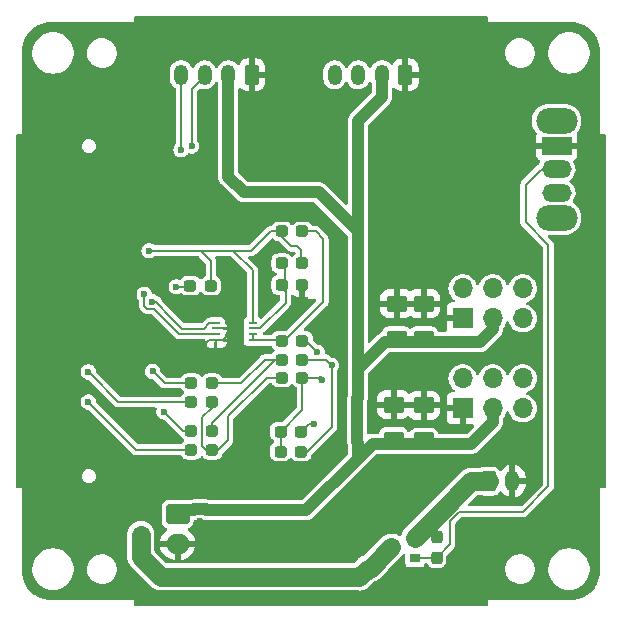
<source format=gtl>
G04 #@! TF.GenerationSoftware,KiCad,Pcbnew,7.0.6*
G04 #@! TF.CreationDate,2023-07-11T17:34:17+08:00*
G04 #@! TF.ProjectId,m5-pantilt,6d352d70-616e-4746-996c-742e6b696361,1*
G04 #@! TF.SameCoordinates,PX5f5e100PY5f5e100*
G04 #@! TF.FileFunction,Copper,L1,Top*
G04 #@! TF.FilePolarity,Positive*
%FSLAX46Y46*%
G04 Gerber Fmt 4.6, Leading zero omitted, Abs format (unit mm)*
G04 Created by KiCad (PCBNEW 7.0.6) date 2023-07-11 17:34:17*
%MOMM*%
%LPD*%
G01*
G04 APERTURE LIST*
G04 Aperture macros list*
%AMRoundRect*
0 Rectangle with rounded corners*
0 $1 Rounding radius*
0 $2 $3 $4 $5 $6 $7 $8 $9 X,Y pos of 4 corners*
0 Add a 4 corners polygon primitive as box body*
4,1,4,$2,$3,$4,$5,$6,$7,$8,$9,$2,$3,0*
0 Add four circle primitives for the rounded corners*
1,1,$1+$1,$2,$3*
1,1,$1+$1,$4,$5*
1,1,$1+$1,$6,$7*
1,1,$1+$1,$8,$9*
0 Add four rect primitives between the rounded corners*
20,1,$1+$1,$2,$3,$4,$5,0*
20,1,$1+$1,$4,$5,$6,$7,0*
20,1,$1+$1,$6,$7,$8,$9,0*
20,1,$1+$1,$8,$9,$2,$3,0*%
G04 Aperture macros list end*
G04 #@! TA.AperFunction,ComponentPad*
%ADD10R,1.700000X1.700000*%
G04 #@! TD*
G04 #@! TA.AperFunction,ComponentPad*
%ADD11O,1.700000X1.700000*%
G04 #@! TD*
G04 #@! TA.AperFunction,ComponentPad*
%ADD12RoundRect,0.250000X0.350000X0.625000X-0.350000X0.625000X-0.350000X-0.625000X0.350000X-0.625000X0*%
G04 #@! TD*
G04 #@! TA.AperFunction,ComponentPad*
%ADD13O,1.200000X1.750000*%
G04 #@! TD*
G04 #@! TA.AperFunction,SMDPad,CuDef*
%ADD14R,0.800100X0.254000*%
G04 #@! TD*
G04 #@! TA.AperFunction,ComponentPad*
%ADD15RoundRect,0.250000X-0.350000X-0.625000X0.350000X-0.625000X0.350000X0.625000X-0.350000X0.625000X0*%
G04 #@! TD*
G04 #@! TA.AperFunction,SMDPad,CuDef*
%ADD16RoundRect,0.237500X0.287500X0.237500X-0.287500X0.237500X-0.287500X-0.237500X0.287500X-0.237500X0*%
G04 #@! TD*
G04 #@! TA.AperFunction,ComponentPad*
%ADD17RoundRect,0.250000X-0.750000X0.600000X-0.750000X-0.600000X0.750000X-0.600000X0.750000X0.600000X0*%
G04 #@! TD*
G04 #@! TA.AperFunction,ComponentPad*
%ADD18O,2.000000X1.700000*%
G04 #@! TD*
G04 #@! TA.AperFunction,SMDPad,CuDef*
%ADD19RoundRect,0.237500X-0.287500X-0.237500X0.287500X-0.237500X0.287500X0.237500X-0.287500X0.237500X0*%
G04 #@! TD*
G04 #@! TA.AperFunction,SMDPad,CuDef*
%ADD20RoundRect,0.250001X0.624999X-0.462499X0.624999X0.462499X-0.624999X0.462499X-0.624999X-0.462499X0*%
G04 #@! TD*
G04 #@! TA.AperFunction,SMDPad,CuDef*
%ADD21RoundRect,0.250001X-0.624999X0.462499X-0.624999X-0.462499X0.624999X-0.462499X0.624999X0.462499X0*%
G04 #@! TD*
G04 #@! TA.AperFunction,SMDPad,CuDef*
%ADD22R,0.900000X0.800000*%
G04 #@! TD*
G04 #@! TA.AperFunction,SMDPad,CuDef*
%ADD23RoundRect,0.237500X0.237500X-0.287500X0.237500X0.287500X-0.237500X0.287500X-0.237500X-0.287500X0*%
G04 #@! TD*
G04 #@! TA.AperFunction,ComponentPad*
%ADD24O,3.500000X2.200000*%
G04 #@! TD*
G04 #@! TA.AperFunction,ComponentPad*
%ADD25R,2.500000X1.500000*%
G04 #@! TD*
G04 #@! TA.AperFunction,ComponentPad*
%ADD26O,2.500000X1.500000*%
G04 #@! TD*
G04 #@! TA.AperFunction,ViaPad*
%ADD27C,0.600000*%
G04 #@! TD*
G04 #@! TA.AperFunction,Conductor*
%ADD28C,0.200000*%
G04 #@! TD*
G04 #@! TA.AperFunction,Conductor*
%ADD29C,1.000000*%
G04 #@! TD*
G04 #@! TA.AperFunction,Conductor*
%ADD30C,1.600000*%
G04 #@! TD*
G04 #@! TA.AperFunction,Conductor*
%ADD31C,0.400000*%
G04 #@! TD*
G04 #@! TA.AperFunction,Conductor*
%ADD32C,1.200000*%
G04 #@! TD*
G04 APERTURE END LIST*
D10*
X37846000Y16764000D03*
D11*
X37846000Y19304000D03*
X40386000Y16764000D03*
X40386000Y19304000D03*
X42926000Y16764000D03*
X42926000Y19304000D03*
D10*
X37846000Y24384000D03*
D11*
X37846000Y26924000D03*
X40386000Y24384000D03*
X40386000Y26924000D03*
X42926000Y24384000D03*
X42926000Y26924000D03*
D12*
X33000000Y45000000D03*
D13*
X31000000Y45000000D03*
X29000000Y45000000D03*
X27000000Y45000000D03*
D14*
X16948250Y24021801D03*
X16948250Y23521800D03*
X16948250Y23021800D03*
X16948250Y22521799D03*
X20059750Y22521799D03*
X20059750Y23021800D03*
X20059750Y23521800D03*
X20059750Y24021801D03*
D15*
X40060000Y10600000D03*
D13*
X42060000Y10600000D03*
D12*
X20000000Y45000000D03*
D13*
X18000000Y45000000D03*
X16000000Y45000000D03*
X14000000Y45000000D03*
D16*
X24268400Y20878800D03*
X22518400Y20878800D03*
X24268400Y19354800D03*
X22518400Y19354800D03*
D17*
X13700000Y7800000D03*
D18*
X13700000Y5300000D03*
D19*
X22531000Y31750000D03*
X24281000Y31750000D03*
D16*
X24281000Y22504400D03*
X22531000Y22504400D03*
D20*
X34544000Y22642500D03*
X34544000Y25617500D03*
D21*
X32258000Y25617500D03*
X32258000Y22642500D03*
X32004000Y17083100D03*
X32004000Y14108100D03*
D22*
X33800000Y4050000D03*
X33800000Y5950000D03*
X31800000Y5000000D03*
D23*
X35636200Y4128800D03*
X35636200Y5878800D03*
D19*
X14775000Y27150000D03*
X16525000Y27150000D03*
D16*
X16625000Y18900000D03*
X14875000Y18900000D03*
X16625000Y14850000D03*
X14875000Y14850000D03*
X16625000Y17300000D03*
X14875000Y17300000D03*
X16625000Y13250000D03*
X14875000Y13250000D03*
D19*
X22425000Y13100000D03*
X24175000Y13100000D03*
X22525000Y27200000D03*
X24275000Y27200000D03*
D16*
X24275000Y29050000D03*
X22525000Y29050000D03*
X24175000Y14800000D03*
X22425000Y14800000D03*
D21*
X34544000Y17018000D03*
X34544000Y14043000D03*
D24*
X45800000Y41100000D03*
X45800000Y32900000D03*
D25*
X45800000Y39000000D03*
D26*
X45800000Y37000000D03*
X45800000Y35000000D03*
D27*
X46228000Y16764000D03*
X15600000Y7200000D03*
X12000000Y7500000D03*
X24700000Y25600000D03*
X35900000Y15200000D03*
X36000000Y1000000D03*
X21600000Y30400000D03*
X7823200Y10998200D03*
X21000000Y25095200D03*
X18387800Y23521800D03*
X21234400Y21640800D03*
X1000000Y39000000D03*
X29921200Y6299200D03*
X6150000Y18600000D03*
X11000000Y1000000D03*
X49000000Y37000000D03*
X17500000Y34400000D03*
X16350000Y43300000D03*
X39725600Y12242800D03*
X39344600Y8915400D03*
X49000000Y11000000D03*
X25750000Y12500000D03*
X32100000Y43250000D03*
X31000000Y1000000D03*
X42700000Y22800000D03*
X30429200Y28676600D03*
X14000000Y49000000D03*
X43332400Y37846000D03*
X19200000Y41300000D03*
X24000000Y49000000D03*
X6248400Y24434800D03*
X18338800Y28702000D03*
X29000000Y49000000D03*
X36050000Y23850000D03*
X19000000Y49000000D03*
X37795200Y6934200D03*
X42000000Y1500000D03*
X11150000Y38050000D03*
X33700000Y21200000D03*
X27650000Y40500000D03*
X11300000Y15900000D03*
X11328400Y11023600D03*
X1500000Y5000000D03*
X9144000Y33909000D03*
X48500000Y5500000D03*
X1500000Y45000000D03*
X12852400Y20066000D03*
X9400000Y28750000D03*
X39000000Y49000000D03*
X27500000Y18415000D03*
X49000000Y32000000D03*
X10900000Y33650000D03*
X1000000Y29000000D03*
X24900000Y38800000D03*
X12100000Y41500000D03*
X36677600Y12293600D03*
X8000000Y1500000D03*
X13400000Y14100000D03*
X26000000Y1000000D03*
X49000000Y16000000D03*
X9600000Y23700000D03*
X27686000Y31242000D03*
X19650000Y36700000D03*
X27584400Y4114800D03*
X11100000Y27700000D03*
X1000000Y11000000D03*
X9000000Y5400000D03*
X29800000Y43600000D03*
X8000000Y48500000D03*
X9200000Y21400000D03*
X49000000Y21000000D03*
X19200000Y38750000D03*
X30400000Y19400000D03*
X43840400Y29921200D03*
X25400000Y23650000D03*
X45872400Y11988800D03*
X42000000Y48500000D03*
X21000000Y1000000D03*
X10922000Y35687000D03*
X12065000Y39243000D03*
X30378400Y15290800D03*
X27635200Y35001200D03*
X4622800Y11023600D03*
X30000000Y11850000D03*
X6250000Y12450000D03*
X1000000Y34000000D03*
X27600000Y25950000D03*
X16000000Y1000000D03*
X1000000Y18550000D03*
X25019000Y33782000D03*
X1000000Y14000000D03*
X30276800Y23266400D03*
X34000000Y49000000D03*
X49000000Y26000000D03*
X13100000Y33200000D03*
X23950000Y9400000D03*
X22150000Y23800000D03*
X1000000Y24000000D03*
X25250000Y41950000D03*
X17250000Y28600000D03*
X46228000Y22860000D03*
X7772400Y38938200D03*
X48500000Y44500000D03*
X30276800Y36372800D03*
X27600000Y16200000D03*
X10150000Y5800000D03*
X10900000Y6300000D03*
X11300000Y30100000D03*
X13600000Y27050000D03*
X11499998Y25800000D03*
X14896874Y38970125D03*
X13999996Y38650000D03*
X10887845Y26414586D03*
X26750000Y20400000D03*
X25950000Y19200000D03*
X6150000Y17300000D03*
X12550000Y16478399D03*
X6150000Y19850000D03*
X11600000Y19900000D03*
X25550000Y21500000D03*
X25230813Y15419187D03*
D28*
X18387800Y23521800D02*
X16948250Y23521800D01*
X16100000Y22289601D02*
X16100000Y21700000D01*
X17548300Y22521799D02*
X18548301Y23521800D01*
X16948250Y22521799D02*
X17548300Y22521799D01*
X16340199Y22529800D02*
X16100000Y22289601D01*
X16948250Y22521799D02*
X16348200Y22521799D01*
D29*
X28956000Y17653000D02*
X28956000Y25748798D01*
X28930600Y17627600D02*
X28930600Y13880600D01*
X28956000Y20066000D02*
X31292800Y22402800D01*
X31292800Y22402800D02*
X39344600Y22402800D01*
X28956000Y31750000D02*
X28956000Y30734000D01*
X28950000Y12500000D02*
X30218599Y13768599D01*
X28956000Y30734000D02*
X28956000Y41081000D01*
X39344600Y22402800D02*
X40386000Y23444200D01*
X19330003Y35049999D02*
X25656001Y35049999D01*
X16130002Y8150000D02*
X24600000Y8150000D01*
X15119999Y8200001D02*
X16080001Y8200001D01*
X24600000Y8150000D02*
X28950000Y12500000D01*
X28956000Y41081000D02*
X31000000Y43125000D01*
X28956000Y25748798D02*
X28956000Y30734000D01*
X28956000Y17653000D02*
X28930600Y17627600D01*
X13700000Y7800000D02*
X14050000Y8150000D01*
X25656001Y35049999D02*
X28956000Y31750000D01*
X16080001Y8200001D02*
X16130002Y8150000D01*
X38568599Y13768599D02*
X40386000Y15586000D01*
X31000000Y43125000D02*
X31000000Y45000000D01*
X28950000Y12500000D02*
X28950000Y13861200D01*
X30218599Y13768599D02*
X38568599Y13768599D01*
X28956000Y17653000D02*
X28956000Y20066000D01*
X15069998Y8150000D02*
X15119999Y8200001D01*
X14050000Y8150000D02*
X15069998Y8150000D01*
X18000000Y45000000D02*
X18000000Y36380002D01*
X40386000Y23444200D02*
X40386000Y24384000D01*
X18000000Y36380002D02*
X19330003Y35049999D01*
X40386000Y15586000D02*
X40386000Y16764000D01*
D30*
X10600000Y6074002D02*
X10600000Y4182800D01*
X10600000Y4182800D02*
X12293600Y2489200D01*
X29800000Y3200000D02*
X30000000Y3200000D01*
X29089200Y2489200D02*
X29800000Y3200000D01*
X12293600Y2489200D02*
X29089200Y2489200D01*
X10600000Y6074002D02*
X10600000Y6074002D01*
X30000000Y3200000D02*
X31800000Y5000000D01*
D29*
X28956000Y45015600D02*
X29000000Y45059600D01*
D28*
X19940000Y30100000D02*
X21590000Y31750000D01*
X24145000Y29210000D02*
X24145000Y30160000D01*
X15700000Y30100000D02*
X11724264Y30100000D01*
X15700000Y30050000D02*
X16525000Y29225000D01*
X20059750Y28454250D02*
X18414000Y30100000D01*
X18414000Y30100000D02*
X19940000Y30100000D01*
X16525000Y29225000D02*
X16525000Y27150000D01*
X22531000Y31750000D02*
X22531000Y31275000D01*
X24145000Y30160000D02*
X23825000Y30480000D01*
X21590000Y31750000D02*
X22860000Y31750000D01*
X20059750Y24021801D02*
X20059750Y28454250D01*
X23825000Y30480000D02*
X23326000Y30480000D01*
X18414000Y30100000D02*
X15700000Y30100000D01*
X11724264Y30100000D02*
X11300000Y30100000D01*
X22531000Y31275000D02*
X23326000Y30480000D01*
X15700000Y30100000D02*
X15700000Y30050000D01*
X13100000Y24500000D02*
X11924262Y25675738D01*
X16875250Y23948801D02*
X16379601Y23948801D01*
X16379601Y23948801D02*
X15951200Y23520400D01*
X14900000Y43800000D02*
X14900000Y38973251D01*
X13600000Y27050000D02*
X14675000Y27050000D01*
X16948250Y24021801D02*
X16875250Y23948801D01*
X13100000Y24492000D02*
X13100000Y24500000D01*
X14900000Y38973251D02*
X14896874Y38970125D01*
X16000000Y44900000D02*
X14900000Y43800000D01*
X14071600Y23520400D02*
X13100000Y24492000D01*
X14675000Y27050000D02*
X14775000Y27150000D01*
X15951200Y23520400D02*
X14071600Y23520400D01*
X16000000Y45000000D02*
X16000000Y44900000D01*
X11924262Y25675738D02*
X11924262Y25800000D01*
X11924262Y25800000D02*
X11499998Y25800000D01*
X14000000Y45000000D02*
X14000000Y38650004D01*
X11111999Y25199999D02*
X10887845Y25424153D01*
X16906850Y23063200D02*
X13812536Y23063200D01*
X14000000Y38650004D02*
X13999996Y38650000D01*
X10887845Y25990322D02*
X10887845Y26414586D01*
X16948250Y23021800D02*
X16906850Y23063200D01*
X10887845Y25424153D02*
X10887845Y25990322D01*
X11675737Y25199999D02*
X11111999Y25199999D01*
X13812536Y23063200D02*
X11675737Y25199999D01*
X26271200Y20878800D02*
X26450001Y20699999D01*
X26450001Y20699999D02*
X26750000Y20400000D01*
X26750000Y15150000D02*
X26750000Y19975736D01*
X24700000Y13100000D02*
X26750000Y15150000D01*
X24175000Y13100000D02*
X24700000Y13100000D01*
X24268400Y20878800D02*
X26271200Y20878800D01*
X26750000Y19975736D02*
X26750000Y20400000D01*
X24268400Y19354800D02*
X25795200Y19354800D01*
X42926000Y24384000D02*
X42584000Y24384000D01*
D31*
X25795200Y19354800D02*
X25950000Y19200000D01*
D28*
X24268400Y16643400D02*
X22425000Y14800000D01*
X24268400Y19354800D02*
X24268400Y16643400D01*
X25795200Y19354800D02*
X25850000Y19300000D01*
X22425000Y14800000D02*
X22425000Y13100000D01*
X22518400Y20878800D02*
X21078800Y20878800D01*
X21078800Y20878800D02*
X19100000Y18900000D01*
X19100000Y18900000D02*
X16625000Y18900000D01*
X22518400Y20878800D02*
X21993400Y20878800D01*
X21993400Y20878800D02*
X16625000Y15510400D01*
X16625000Y15325000D02*
X16625000Y14850000D01*
X16625000Y15510400D02*
X16625000Y15325000D01*
D30*
X33800000Y5814452D02*
X33800000Y5809200D01*
X35633574Y7648026D02*
X33800000Y5814452D01*
D28*
X35636200Y7645400D02*
X35636200Y5878800D01*
D30*
X38585548Y10600000D02*
X35633574Y7648026D01*
D28*
X37200000Y9000000D02*
X36000000Y7800000D01*
D32*
X39997199Y10662801D02*
X40060000Y10600000D01*
D28*
X35633574Y7648026D02*
X35636200Y7645400D01*
D30*
X40060000Y10600000D02*
X38585548Y10600000D01*
D28*
X15799990Y15999990D02*
X15799990Y13550010D01*
X16625000Y16825000D02*
X15799990Y15999990D01*
X16625000Y13250000D02*
X17150000Y13250000D01*
X17150000Y13250000D02*
X17975000Y14075000D01*
X17975000Y14075000D02*
X17975000Y16075000D01*
X16625000Y17300000D02*
X16625000Y16825000D01*
X16100000Y13250000D02*
X16625000Y13250000D01*
X21254800Y19354800D02*
X22518400Y19354800D01*
X17975000Y16075000D02*
X21254800Y19354800D01*
X15799990Y13550010D02*
X16100000Y13250000D01*
X6449999Y17000001D02*
X6150000Y17300000D01*
X14875000Y13250000D02*
X10200000Y13250000D01*
X10200000Y13250000D02*
X6449999Y17000001D01*
X14875000Y14850000D02*
X14178399Y14850000D01*
X14178399Y14850000D02*
X12550000Y16478399D01*
X8700000Y17300000D02*
X6449999Y19550001D01*
X14875000Y17300000D02*
X8700000Y17300000D01*
X6449999Y19550001D02*
X6150000Y19850000D01*
X12600000Y18900000D02*
X11600000Y19900000D01*
X14875000Y18900000D02*
X12600000Y18900000D01*
X37567596Y8026400D02*
X36779200Y7238004D01*
X45110400Y10160000D02*
X42976800Y8026400D01*
X42976800Y8026400D02*
X37567596Y8026400D01*
X43180000Y35712400D02*
X43180000Y32512000D01*
X45110400Y30581600D02*
X45110400Y10160000D01*
X35636200Y4128800D02*
X33878800Y4128800D01*
X36779200Y5271800D02*
X35636200Y4128800D01*
X45782400Y36982400D02*
X44450000Y36982400D01*
X44450000Y36982400D02*
X43180000Y35712400D01*
X36779200Y7238004D02*
X36779200Y5271800D01*
X45800000Y37000000D02*
X45782400Y36982400D01*
X33878800Y4128800D02*
X33800000Y4050000D01*
X43180000Y32512000D02*
X45110400Y30581600D01*
X26035000Y31115000D02*
X26035000Y25775800D01*
X22281001Y22521799D02*
X20059750Y22521799D01*
X22531000Y22271800D02*
X22281001Y22521799D01*
X25400000Y31750000D02*
X26035000Y31115000D01*
X24281000Y31750000D02*
X25400000Y31750000D01*
X26035000Y25775800D02*
X22531000Y22271800D01*
X20059750Y23021800D02*
X20059750Y22521799D01*
X22830000Y26670000D02*
X22830000Y29180000D01*
X20659800Y23521800D02*
X22860000Y25722000D01*
X22830000Y29180000D02*
X22860000Y29210000D01*
X22860000Y25722000D02*
X22860000Y27305000D01*
X20059750Y23521800D02*
X20659800Y23521800D01*
X20059750Y23521800D02*
X19988400Y23521800D01*
X24545600Y22504400D02*
X25550000Y21500000D01*
X24281000Y22504400D02*
X24545600Y22504400D01*
X24794187Y15419187D02*
X24175000Y14800000D01*
X24268400Y14893400D02*
X24175000Y14800000D01*
X25230813Y15419187D02*
X24794187Y15419187D01*
G04 #@! TA.AperFunction,Conductor*
G36*
X24471121Y27433998D02*
G01*
X24517614Y27380342D01*
X24529000Y27328000D01*
X24529000Y26217000D01*
X24612178Y26217000D01*
X24626188Y26218432D01*
X24695989Y26205460D01*
X24747697Y26156810D01*
X24765000Y26093086D01*
X24765000Y26035000D01*
X25352906Y26035000D01*
X25421027Y26014998D01*
X25467520Y25961342D01*
X25477624Y25891068D01*
X25448130Y25826488D01*
X25442001Y25819905D01*
X22984886Y23362791D01*
X22922574Y23328765D01*
X22879349Y23326963D01*
X22876377Y23327355D01*
X22857040Y23329900D01*
X22204960Y23329900D01*
X22204958Y23329900D01*
X22090000Y23314765D01*
X21946966Y23255520D01*
X21824133Y23161267D01*
X21729882Y23038437D01*
X21728071Y23035298D01*
X21725849Y23033181D01*
X21724856Y23031885D01*
X21724654Y23032040D01*
X21676688Y22986305D01*
X21618952Y22972299D01*
X21051593Y22972299D01*
X20983472Y22992301D01*
X20936979Y23045957D01*
X20926875Y23116231D01*
X20956369Y23180811D01*
X20962498Y23187394D01*
X20972400Y23197296D01*
X20996033Y23219226D01*
X21015994Y23237745D01*
X21015997Y23237752D01*
X21021881Y23245128D01*
X21022562Y23244585D01*
X21032019Y23256917D01*
X23158170Y25383069D01*
X23163414Y25387755D01*
X23193970Y25412121D01*
X23227480Y25461272D01*
X23262793Y25509118D01*
X23262793Y25509121D01*
X23262795Y25509122D01*
X23266781Y25516664D01*
X23270471Y25524326D01*
X23270470Y25524326D01*
X23270472Y25524327D01*
X23288007Y25581178D01*
X23307646Y25637301D01*
X23307646Y25637304D01*
X23309229Y25645670D01*
X23310500Y25654099D01*
X23310500Y25713559D01*
X23311564Y25742000D01*
X23312725Y25773010D01*
X23312723Y25773015D01*
X23311668Y25782395D01*
X23312532Y25782493D01*
X23310499Y25797897D01*
X23310499Y26281016D01*
X23330501Y26349135D01*
X23384157Y26395628D01*
X23454431Y26405732D01*
X23515760Y26377723D01*
X23516209Y26378290D01*
X23518521Y26376462D01*
X23519011Y26376238D01*
X23520175Y26375154D01*
X23521966Y26373738D01*
X23670292Y26282249D01*
X23835723Y26227432D01*
X23835726Y26227431D01*
X23937815Y26217001D01*
X23937815Y26217000D01*
X24021000Y26217000D01*
X24021000Y27328000D01*
X24041002Y27396121D01*
X24094658Y27442614D01*
X24147000Y27454000D01*
X24403000Y27454000D01*
X24471121Y27433998D01*
G37*
G04 #@! TD.AperFunction*
G04 #@! TA.AperFunction,Conductor*
G36*
X21745430Y31164162D02*
G01*
X21801360Y31122811D01*
X21824132Y31093134D01*
X21946966Y30998881D01*
X22027618Y30965475D01*
X22090001Y30939635D01*
X22204960Y30924500D01*
X22204968Y30924500D01*
X22207968Y30924105D01*
X22272895Y30895383D01*
X22280617Y30888279D01*
X22987051Y30181846D01*
X22991761Y30176575D01*
X23009386Y30154476D01*
X23016121Y30146030D01*
X23065271Y30112520D01*
X23113118Y30077207D01*
X23113121Y30077206D01*
X23120660Y30073221D01*
X23128324Y30069530D01*
X23128327Y30069528D01*
X23185177Y30051993D01*
X23241301Y30032354D01*
X23241309Y30032354D01*
X23249682Y30030769D01*
X23258096Y30029501D01*
X23258098Y30029500D01*
X23258100Y30029500D01*
X23317559Y30029500D01*
X23377010Y30027275D01*
X23377014Y30027277D01*
X23386395Y30028332D01*
X23386492Y30027471D01*
X23401903Y30029500D01*
X23568500Y30029500D01*
X23636621Y30009498D01*
X23683114Y29955842D01*
X23694500Y29903500D01*
X23694500Y29865968D01*
X23674498Y29797847D01*
X23645204Y29766006D01*
X23568133Y29706867D01*
X23536368Y29665469D01*
X23499963Y29618025D01*
X23442625Y29576158D01*
X23371754Y29571936D01*
X23309851Y29606700D01*
X23300037Y29618025D01*
X23295170Y29624368D01*
X23231867Y29706867D01*
X23109037Y29801117D01*
X23109036Y29801118D01*
X23109033Y29801120D01*
X22965999Y29860365D01*
X22851041Y29875500D01*
X22851040Y29875500D01*
X22198960Y29875500D01*
X22198958Y29875500D01*
X22084000Y29860365D01*
X21940966Y29801120D01*
X21818133Y29706867D01*
X21723880Y29584034D01*
X21664635Y29441000D01*
X21649500Y29326042D01*
X21649500Y28773959D01*
X21664635Y28659001D01*
X21723880Y28515967D01*
X21723882Y28515964D01*
X21723883Y28515963D01*
X21818133Y28393133D01*
X21933575Y28304552D01*
X21940966Y28298881D01*
X22079718Y28241409D01*
X22135000Y28196861D01*
X22157421Y28129498D01*
X22139863Y28060707D01*
X22087901Y28012328D01*
X22079718Y28008591D01*
X21940966Y27951120D01*
X21818133Y27856867D01*
X21723880Y27734034D01*
X21664635Y27591000D01*
X21649500Y27476042D01*
X21649500Y26923959D01*
X21664635Y26809001D01*
X21723880Y26665967D01*
X21723882Y26665964D01*
X21723883Y26665963D01*
X21818133Y26543133D01*
X21906107Y26475629D01*
X21940966Y26448881D01*
X22021618Y26415475D01*
X22084001Y26389635D01*
X22198960Y26374500D01*
X22283500Y26374500D01*
X22351621Y26354498D01*
X22398114Y26300842D01*
X22409500Y26248500D01*
X22409500Y25960794D01*
X22389498Y25892673D01*
X22372595Y25871699D01*
X20891684Y24390789D01*
X20829372Y24356763D01*
X20758556Y24361828D01*
X20713494Y24390789D01*
X20666284Y24437999D01*
X20580911Y24479735D01*
X20528497Y24527623D01*
X20510250Y24592932D01*
X20510250Y28425408D01*
X20510646Y28432467D01*
X20513356Y28456514D01*
X20515020Y28471285D01*
X20507427Y28511415D01*
X20503962Y28529729D01*
X20500197Y28554701D01*
X20495098Y28588537D01*
X20495094Y28588545D01*
X20492574Y28596716D01*
X20489773Y28604719D01*
X20489773Y28604722D01*
X20489771Y28604726D01*
X20461973Y28657323D01*
X20445384Y28691768D01*
X20436175Y28710892D01*
X20436173Y28710894D01*
X20436173Y28710895D01*
X20431369Y28717942D01*
X20426317Y28724785D01*
X20426316Y28724788D01*
X20384254Y28766850D01*
X20343805Y28810444D01*
X20343801Y28810447D01*
X20336422Y28816332D01*
X20336961Y28817009D01*
X20324635Y28826469D01*
X20075802Y29075302D01*
X19716698Y29434405D01*
X19682674Y29496717D01*
X19687738Y29567532D01*
X19730285Y29624368D01*
X19796805Y29649179D01*
X19805794Y29649500D01*
X19911157Y29649500D01*
X19918211Y29649105D01*
X19957035Y29644730D01*
X19957035Y29644731D01*
X19957036Y29644730D01*
X19957036Y29644731D01*
X19982397Y29649530D01*
X20015478Y29655788D01*
X20046636Y29660485D01*
X20074287Y29664652D01*
X20074295Y29664657D01*
X20082472Y29667179D01*
X20090472Y29669977D01*
X20143073Y29697778D01*
X20161946Y29706867D01*
X20196642Y29723575D01*
X20196646Y29723579D01*
X20203685Y29728378D01*
X20210531Y29733431D01*
X20210538Y29733434D01*
X20252600Y29775497D01*
X20296194Y29815945D01*
X20296197Y29815952D01*
X20302081Y29823328D01*
X20302762Y29822785D01*
X20312219Y29835117D01*
X21612305Y31135203D01*
X21674615Y31169227D01*
X21745430Y31164162D01*
G37*
G04 #@! TD.AperFunction*
G04 #@! TA.AperFunction,Conductor*
G36*
X39916621Y49954498D02*
G01*
X39963114Y49900842D01*
X39974500Y49848500D01*
X39974500Y49530133D01*
X39972398Y49519565D01*
X39972399Y49500000D01*
X39974500Y49494927D01*
X39980482Y49480483D01*
X40000000Y49472399D01*
X40019575Y49472399D01*
X40030137Y49474500D01*
X46991715Y49474500D01*
X46998097Y49474500D01*
X47001900Y49474386D01*
X47294470Y49456688D01*
X47302012Y49455772D01*
X47588449Y49403281D01*
X47595822Y49401464D01*
X47873837Y49314831D01*
X47880941Y49312136D01*
X48146479Y49192627D01*
X48153216Y49189090D01*
X48402411Y49038448D01*
X48408671Y49034128D01*
X48637899Y48854539D01*
X48643589Y48849498D01*
X48849496Y48643591D01*
X48854538Y48637900D01*
X49016187Y48431570D01*
X49034121Y48408680D01*
X49038447Y48402412D01*
X49189089Y48153217D01*
X49192628Y48146475D01*
X49312131Y47880952D01*
X49314831Y47873833D01*
X49401461Y47595828D01*
X49403283Y47588438D01*
X49421079Y47491328D01*
X49455770Y47302020D01*
X49456688Y47294461D01*
X49474385Y47001903D01*
X49474500Y46998098D01*
X49474500Y40030133D01*
X49472398Y40019565D01*
X49472399Y40000000D01*
X49474500Y39994927D01*
X49480482Y39980483D01*
X49500000Y39972399D01*
X49519575Y39972399D01*
X49530137Y39974500D01*
X49848500Y39974500D01*
X49916621Y39954498D01*
X49963114Y39900842D01*
X49974500Y39848500D01*
X49974500Y10151500D01*
X49954498Y10083379D01*
X49900842Y10036886D01*
X49848500Y10025500D01*
X49530136Y10025500D01*
X49519574Y10027601D01*
X49499999Y10027601D01*
X49494927Y10025500D01*
X49480482Y10019518D01*
X49472399Y10000001D01*
X49472399Y9980425D01*
X49474500Y9969864D01*
X49474500Y3001903D01*
X49474385Y2998098D01*
X49456688Y2705540D01*
X49455770Y2697981D01*
X49403284Y2411567D01*
X49401461Y2404173D01*
X49314831Y2126168D01*
X49312131Y2119049D01*
X49192628Y1853526D01*
X49189089Y1846784D01*
X49038447Y1597589D01*
X49034121Y1591321D01*
X48854538Y1362101D01*
X48849489Y1356402D01*
X48643598Y1150511D01*
X48637899Y1145462D01*
X48408679Y965879D01*
X48402411Y961553D01*
X48153216Y810911D01*
X48146474Y807372D01*
X47880951Y687869D01*
X47873832Y685169D01*
X47595827Y598539D01*
X47588433Y596716D01*
X47302019Y544230D01*
X47294460Y543312D01*
X47039453Y527887D01*
X47001900Y525615D01*
X46998097Y525500D01*
X40030136Y525500D01*
X40019574Y527601D01*
X39999999Y527601D01*
X39994927Y525500D01*
X39980482Y519518D01*
X39972399Y500001D01*
X39972399Y480425D01*
X39974500Y469864D01*
X39974500Y151500D01*
X39954498Y83379D01*
X39900842Y36886D01*
X39848500Y25500D01*
X10151500Y25500D01*
X10083379Y45502D01*
X10036886Y99158D01*
X10025500Y151500D01*
X10025500Y469870D01*
X10027601Y480424D01*
X10027601Y500001D01*
X10019517Y519518D01*
X10005073Y525500D01*
X10000001Y527601D01*
X9980426Y527601D01*
X9969864Y525500D01*
X3001903Y525500D01*
X2998099Y525615D01*
X2953724Y528300D01*
X2705539Y543312D01*
X2697980Y544230D01*
X2515862Y577604D01*
X2411562Y596717D01*
X2404172Y598539D01*
X2126167Y685169D01*
X2119048Y687869D01*
X1853525Y807372D01*
X1846783Y810911D01*
X1597588Y961553D01*
X1591325Y965876D01*
X1362100Y1145462D01*
X1356409Y1150504D01*
X1150502Y1356411D01*
X1145461Y1362101D01*
X1143611Y1364462D01*
X965872Y1591329D01*
X961552Y1597589D01*
X938739Y1635326D01*
X903632Y1693401D01*
X810910Y1846784D01*
X807371Y1853526D01*
X687864Y2119059D01*
X685168Y2126168D01*
X682654Y2134235D01*
X598536Y2404178D01*
X596719Y2411551D01*
X544228Y2697988D01*
X543312Y2705530D01*
X525614Y2998100D01*
X525500Y3001903D01*
X525500Y3008285D01*
X525500Y3018818D01*
X1399500Y3018818D01*
X1405131Y2981462D01*
X1438604Y2759381D01*
X1515933Y2508686D01*
X1515938Y2508673D01*
X1629773Y2272294D01*
X1629777Y2272287D01*
X1777562Y2055528D01*
X1777567Y2055521D01*
X1956019Y1863195D01*
X2161143Y1699614D01*
X2161146Y1699612D01*
X2388352Y1568434D01*
X2388356Y1568433D01*
X2388357Y1568432D01*
X2632584Y1472580D01*
X2888370Y1414198D01*
X3040409Y1402805D01*
X3084503Y1399500D01*
X3084506Y1399500D01*
X3215497Y1399500D01*
X3256516Y1402575D01*
X3411630Y1414198D01*
X3667416Y1472580D01*
X3911643Y1568432D01*
X3911645Y1568434D01*
X3911647Y1568434D01*
X4124067Y1691075D01*
X4138857Y1699614D01*
X4343981Y1863195D01*
X4522433Y2055521D01*
X4670228Y2272296D01*
X4784063Y2508677D01*
X4784066Y2508686D01*
X4861395Y2759381D01*
X4861792Y2762014D01*
X4900500Y3018818D01*
X4900500Y3093670D01*
X6045710Y3093670D01*
X6058656Y2998098D01*
X6075925Y2870610D01*
X6145484Y2656533D01*
X6252144Y2458325D01*
X6252148Y2458318D01*
X6292425Y2407813D01*
X6392492Y2282334D01*
X6562004Y2134235D01*
X6755236Y2018785D01*
X6965976Y1939693D01*
X6965978Y1939693D01*
X6965980Y1939692D01*
X7099229Y1915511D01*
X7187453Y1899500D01*
X7187454Y1899500D01*
X7356149Y1899500D01*
X7356155Y1899500D01*
X7513759Y1913685D01*
X7524189Y1914623D01*
X7524189Y1914624D01*
X7699507Y1963009D01*
X7741167Y1974506D01*
X7741167Y1974507D01*
X7741170Y1974507D01*
X7943973Y2072171D01*
X8126078Y2204478D01*
X8281632Y2367175D01*
X8405635Y2555032D01*
X8494103Y2762012D01*
X8544191Y2981463D01*
X8554290Y3206330D01*
X8524075Y3429387D01*
X8454517Y3643464D01*
X8452365Y3647464D01*
X8347855Y3841676D01*
X8347851Y3841683D01*
X8245129Y3970491D01*
X8207508Y4017666D01*
X8079575Y4129438D01*
X9445804Y4129438D01*
X9456659Y4051611D01*
X9456994Y4048721D01*
X9464243Y3970494D01*
X9464243Y3970491D01*
X9470366Y3948973D01*
X9472169Y3940426D01*
X9475261Y3918264D01*
X9500237Y3843745D01*
X9501092Y3840986D01*
X9522593Y3765416D01*
X9522594Y3765414D01*
X9522595Y3765411D01*
X9532572Y3745374D01*
X9535910Y3737314D01*
X9543019Y3716102D01*
X9543021Y3716098D01*
X9581249Y3647464D01*
X9582606Y3644890D01*
X9617632Y3574548D01*
X9631117Y3556691D01*
X9635883Y3549377D01*
X9640763Y3540615D01*
X9646773Y3529825D01*
X9696976Y3469368D01*
X9698783Y3467086D01*
X9746129Y3404392D01*
X9746133Y3404388D01*
X9804199Y3351454D01*
X9806281Y3349466D01*
X11460263Y1695484D01*
X11462252Y1693401D01*
X11464372Y1691075D01*
X11515193Y1635328D01*
X11546467Y1611710D01*
X11577887Y1587982D01*
X11580167Y1586176D01*
X11640619Y1535977D01*
X11640627Y1535972D01*
X11660175Y1525084D01*
X11667493Y1520316D01*
X11685345Y1506834D01*
X11755684Y1471810D01*
X11758244Y1470460D01*
X11784903Y1455612D01*
X11826898Y1432221D01*
X11826901Y1432220D01*
X11848110Y1425112D01*
X11856173Y1421773D01*
X11876211Y1411795D01*
X11876215Y1411794D01*
X11876220Y1411792D01*
X11916018Y1400470D01*
X11951786Y1390293D01*
X11954544Y1389439D01*
X12029064Y1364461D01*
X12051231Y1361370D01*
X12059757Y1359572D01*
X12081290Y1353444D01*
X12136818Y1348299D01*
X12159545Y1346193D01*
X12162419Y1345861D01*
X12214230Y1338633D01*
X12240237Y1335005D01*
X12240237Y1335006D01*
X12240238Y1335005D01*
X12258247Y1335838D01*
X12318723Y1338633D01*
X12321633Y1338700D01*
X29061151Y1338700D01*
X29064061Y1338633D01*
X29081991Y1337805D01*
X29142562Y1335004D01*
X29220392Y1345862D01*
X29223266Y1346194D01*
X29234459Y1347232D01*
X29301510Y1353444D01*
X29318829Y1358373D01*
X29323031Y1359568D01*
X29331585Y1361372D01*
X29353736Y1364461D01*
X29428279Y1389447D01*
X29430984Y1390285D01*
X29506589Y1411795D01*
X29526621Y1421771D01*
X29534682Y1425110D01*
X29555902Y1432221D01*
X29624601Y1470487D01*
X29627072Y1471789D01*
X29697455Y1506834D01*
X29715303Y1520313D01*
X29722618Y1525082D01*
X29742175Y1535973D01*
X29802661Y1586201D01*
X29804909Y1587981D01*
X29867607Y1635328D01*
X29920566Y1693423D01*
X29922514Y1695463D01*
X30299570Y2072519D01*
X30354181Y2104612D01*
X30417389Y2122595D01*
X30437421Y2132571D01*
X30445482Y2135910D01*
X30466702Y2143021D01*
X30535401Y2181287D01*
X30537872Y2182589D01*
X30608255Y2217634D01*
X30626103Y2231113D01*
X30633418Y2235882D01*
X30652975Y2246773D01*
X30713461Y2297001D01*
X30715709Y2298781D01*
X30778407Y2346128D01*
X30831366Y2404223D01*
X30833314Y2406263D01*
X31520722Y3093670D01*
X41445710Y3093670D01*
X41458656Y2998098D01*
X41475925Y2870610D01*
X41545484Y2656533D01*
X41652144Y2458325D01*
X41652148Y2458318D01*
X41692425Y2407813D01*
X41792492Y2282334D01*
X41962004Y2134235D01*
X42155236Y2018785D01*
X42365976Y1939693D01*
X42365978Y1939693D01*
X42365980Y1939692D01*
X42499229Y1915511D01*
X42587453Y1899500D01*
X42587454Y1899500D01*
X42756149Y1899500D01*
X42756155Y1899500D01*
X42913759Y1913685D01*
X42924189Y1914623D01*
X42924189Y1914624D01*
X43099507Y1963009D01*
X43141167Y1974506D01*
X43141167Y1974507D01*
X43141170Y1974507D01*
X43343973Y2072171D01*
X43526078Y2204478D01*
X43681632Y2367175D01*
X43805635Y2555032D01*
X43894103Y2762012D01*
X43944191Y2981463D01*
X43945869Y3018818D01*
X45099500Y3018818D01*
X45105131Y2981462D01*
X45138604Y2759381D01*
X45215933Y2508686D01*
X45215938Y2508673D01*
X45329773Y2272294D01*
X45329777Y2272287D01*
X45477562Y2055528D01*
X45477567Y2055521D01*
X45656019Y1863195D01*
X45861143Y1699614D01*
X45861146Y1699612D01*
X46088352Y1568434D01*
X46088356Y1568433D01*
X46088357Y1568432D01*
X46332584Y1472580D01*
X46588370Y1414198D01*
X46740408Y1402805D01*
X46784503Y1399500D01*
X46784506Y1399500D01*
X46915497Y1399500D01*
X46956516Y1402575D01*
X47111630Y1414198D01*
X47367416Y1472580D01*
X47611643Y1568432D01*
X47611645Y1568434D01*
X47611647Y1568434D01*
X47824067Y1691075D01*
X47838857Y1699614D01*
X48043981Y1863195D01*
X48222433Y2055521D01*
X48370228Y2272296D01*
X48484063Y2508677D01*
X48484066Y2508686D01*
X48561395Y2759381D01*
X48561792Y2762014D01*
X48600500Y3018818D01*
X48600500Y3281182D01*
X48561396Y3540615D01*
X48561395Y3540617D01*
X48561395Y3540620D01*
X48484066Y3791315D01*
X48484061Y3791328D01*
X48411501Y3942000D01*
X48370228Y4027704D01*
X48370226Y4027707D01*
X48370222Y4027714D01*
X48222437Y4244473D01*
X48222433Y4244479D01*
X48043981Y4436805D01*
X47838857Y4600386D01*
X47838852Y4600389D01*
X47838853Y4600389D01*
X47611647Y4731567D01*
X47611639Y4731570D01*
X47367419Y4827419D01*
X47367417Y4827420D01*
X47111632Y4885802D01*
X46915497Y4900500D01*
X46915494Y4900500D01*
X46784506Y4900500D01*
X46784503Y4900500D01*
X46588367Y4885802D01*
X46332582Y4827420D01*
X46332580Y4827419D01*
X46088360Y4731570D01*
X46088352Y4731567D01*
X45861146Y4600389D01*
X45656018Y4436805D01*
X45477566Y4244478D01*
X45477562Y4244473D01*
X45329777Y4027714D01*
X45329773Y4027707D01*
X45215938Y3791328D01*
X45215933Y3791315D01*
X45138604Y3540620D01*
X45123968Y3443515D01*
X45099500Y3281182D01*
X45099500Y3018818D01*
X43945869Y3018818D01*
X43954290Y3206330D01*
X43924075Y3429387D01*
X43854517Y3643464D01*
X43852365Y3647464D01*
X43747855Y3841676D01*
X43747851Y3841683D01*
X43645129Y3970491D01*
X43607508Y4017666D01*
X43437996Y4165765D01*
X43244764Y4281215D01*
X43034024Y4360307D01*
X43034019Y4360309D01*
X42844091Y4394776D01*
X42812547Y4400500D01*
X42643845Y4400500D01*
X42612558Y4397685D01*
X42475810Y4385378D01*
X42475810Y4385377D01*
X42258832Y4325495D01*
X42056031Y4227832D01*
X42056023Y4227827D01*
X41873921Y4095522D01*
X41873920Y4095521D01*
X41718369Y3932828D01*
X41594367Y3744973D01*
X41594363Y3744965D01*
X41505897Y3537989D01*
X41505896Y3537987D01*
X41455809Y3318539D01*
X41455809Y3318537D01*
X41450770Y3206327D01*
X41445710Y3093670D01*
X31520722Y3093670D01*
X32651140Y4224087D01*
X32753226Y4347025D01*
X32763423Y4365334D01*
X32814044Y4415112D01*
X32883542Y4429621D01*
X32949852Y4404254D01*
X32991921Y4347064D01*
X32999500Y4304022D01*
X32999499Y3616745D01*
X32999500Y3616739D01*
X33009427Y3548606D01*
X33060801Y3443518D01*
X33060803Y3443515D01*
X33143514Y3360804D01*
X33143517Y3360802D01*
X33248607Y3309427D01*
X33316740Y3299500D01*
X33316745Y3299500D01*
X34283255Y3299500D01*
X34283260Y3299500D01*
X34351393Y3309427D01*
X34456483Y3360802D01*
X34539198Y3443517D01*
X34590573Y3548607D01*
X34591751Y3556691D01*
X34593759Y3570468D01*
X34623374Y3634993D01*
X34683173Y3673263D01*
X34718442Y3678300D01*
X34745580Y3678300D01*
X34813701Y3658298D01*
X34860194Y3604642D01*
X34861977Y3600544D01*
X34885083Y3544763D01*
X34979333Y3421933D01*
X35102163Y3327683D01*
X35102166Y3327681D01*
X35170203Y3299500D01*
X35245201Y3268435D01*
X35360160Y3253300D01*
X35360167Y3253300D01*
X35912233Y3253300D01*
X35912240Y3253300D01*
X36027199Y3268435D01*
X36133690Y3312545D01*
X36170233Y3327681D01*
X36170233Y3327682D01*
X36170237Y3327683D01*
X36293067Y3421933D01*
X36387317Y3544763D01*
X36388910Y3548607D01*
X36410411Y3600518D01*
X36446565Y3687801D01*
X36461700Y3802760D01*
X36461700Y4265007D01*
X36481702Y4333128D01*
X36498600Y4354098D01*
X37077366Y4932865D01*
X37082618Y4937559D01*
X37113170Y4961921D01*
X37146680Y5011072D01*
X37181993Y5058918D01*
X37181993Y5058921D01*
X37181995Y5058922D01*
X37185981Y5066464D01*
X37189671Y5074126D01*
X37189670Y5074126D01*
X37189672Y5074127D01*
X37207207Y5130978D01*
X37226846Y5187101D01*
X37226846Y5187108D01*
X37228430Y5195478D01*
X37229700Y5203901D01*
X37229700Y5263374D01*
X37231924Y5322810D01*
X37231922Y5322816D01*
X37230867Y5332192D01*
X37231728Y5332290D01*
X37229700Y5347698D01*
X37229700Y6999212D01*
X37249702Y7067333D01*
X37266596Y7088298D01*
X37717296Y7538998D01*
X37779606Y7573021D01*
X37806389Y7575900D01*
X42947957Y7575900D01*
X42955011Y7575505D01*
X42993835Y7571130D01*
X42993835Y7571131D01*
X42993836Y7571130D01*
X42993836Y7571131D01*
X43019197Y7575930D01*
X43052278Y7582188D01*
X43083436Y7586885D01*
X43111087Y7591052D01*
X43111095Y7591057D01*
X43119272Y7593579D01*
X43127272Y7596377D01*
X43179873Y7624178D01*
X43197284Y7632564D01*
X43233442Y7649975D01*
X43233446Y7649979D01*
X43240485Y7654778D01*
X43247331Y7659831D01*
X43247338Y7659834D01*
X43289399Y7701896D01*
X43332994Y7742345D01*
X43332997Y7742352D01*
X43338881Y7749728D01*
X43339562Y7749185D01*
X43349019Y7761517D01*
X45408570Y9821069D01*
X45413814Y9825755D01*
X45444370Y9850121D01*
X45477880Y9899272D01*
X45513193Y9947118D01*
X45513193Y9947121D01*
X45513195Y9947122D01*
X45517181Y9954664D01*
X45520871Y9962326D01*
X45520870Y9962326D01*
X45520872Y9962327D01*
X45538407Y10019178D01*
X45558046Y10075301D01*
X45558046Y10075308D01*
X45559630Y10083678D01*
X45560900Y10092101D01*
X45560900Y10151574D01*
X45560900Y10151575D01*
X45563124Y10211010D01*
X45563122Y10211016D01*
X45562067Y10220392D01*
X45562928Y10220490D01*
X45560900Y10235898D01*
X45560900Y30552758D01*
X45561296Y30559818D01*
X45562500Y30570502D01*
X45565670Y30598635D01*
X45560717Y30624811D01*
X45554611Y30657092D01*
X45545748Y30715887D01*
X45543229Y30724053D01*
X45540424Y30732068D01*
X45540424Y30732072D01*
X45512616Y30784685D01*
X45486825Y30838242D01*
X45486823Y30838244D01*
X45482014Y30845298D01*
X45476967Y30852135D01*
X45476966Y30852138D01*
X45434904Y30894200D01*
X45394455Y30937794D01*
X45394451Y30937797D01*
X45387072Y30943682D01*
X45387611Y30944359D01*
X45375283Y30953821D01*
X45094699Y31234405D01*
X45060673Y31296717D01*
X45065738Y31367532D01*
X45108285Y31424368D01*
X45174805Y31449179D01*
X45183794Y31449500D01*
X46509992Y31449500D01*
X46528760Y31451056D01*
X46689563Y31464380D01*
X46922591Y31523390D01*
X47142728Y31619951D01*
X47343969Y31751429D01*
X47520825Y31914236D01*
X47668472Y32103933D01*
X47782882Y32315344D01*
X47860934Y32542703D01*
X47900500Y32779808D01*
X47900500Y33020192D01*
X47860934Y33257297D01*
X47782882Y33484656D01*
X47668472Y33696067D01*
X47520825Y33885764D01*
X47343969Y34048571D01*
X47201569Y34141606D01*
X47155484Y34195607D01*
X47145909Y34265955D01*
X47175265Y34329600D01*
X47200515Y34358739D01*
X47200515Y34358741D01*
X47200519Y34358744D01*
X47305604Y34540756D01*
X47374344Y34739367D01*
X47404254Y34947398D01*
X47399243Y35052604D01*
X47394255Y35157320D01*
X47394254Y35157325D01*
X47394254Y35157330D01*
X47344704Y35361576D01*
X47344701Y35361581D01*
X47344701Y35361584D01*
X47269706Y35525797D01*
X47257396Y35552753D01*
X47135486Y35723952D01*
X47131281Y35727961D01*
X46983377Y35868987D01*
X46983376Y35868988D01*
X46944420Y35894023D01*
X46897927Y35947678D01*
X46887822Y36017952D01*
X46917315Y36082533D01*
X46934644Y36099058D01*
X47062886Y36199908D01*
X47200519Y36358744D01*
X47305604Y36540756D01*
X47374344Y36739367D01*
X47404254Y36947398D01*
X47403420Y36964901D01*
X47394255Y37157320D01*
X47394254Y37157325D01*
X47394254Y37157330D01*
X47344704Y37361576D01*
X47344701Y37361581D01*
X47344701Y37361584D01*
X47300100Y37459245D01*
X47257396Y37552753D01*
X47221873Y37602638D01*
X47198653Y37669728D01*
X47215391Y37738724D01*
X47266773Y37787717D01*
X47280480Y37793781D01*
X47295966Y37799557D01*
X47412904Y37887096D01*
X47500444Y38004035D01*
X47500444Y38004036D01*
X47551494Y38140907D01*
X47557999Y38201403D01*
X47558000Y38201415D01*
X47558000Y38746000D01*
X46172968Y38746000D01*
X46223625Y38833740D01*
X46253810Y38965992D01*
X46243673Y39101265D01*
X46194113Y39227541D01*
X46173013Y39254000D01*
X47558000Y39254000D01*
X47558000Y39798586D01*
X47557999Y39798598D01*
X47551494Y39859094D01*
X47501808Y39992309D01*
X47496744Y40063124D01*
X47520432Y40113732D01*
X47520822Y40114234D01*
X47520825Y40114236D01*
X47668472Y40303933D01*
X47782882Y40515344D01*
X47860934Y40742703D01*
X47900500Y40979808D01*
X47900500Y41220192D01*
X47860934Y41457297D01*
X47782882Y41684656D01*
X47668472Y41896067D01*
X47520825Y42085764D01*
X47343969Y42248571D01*
X47142728Y42380049D01*
X47142725Y42380051D01*
X47142724Y42380051D01*
X46922594Y42476609D01*
X46922587Y42476612D01*
X46689570Y42535619D01*
X46689565Y42535620D01*
X46689563Y42535620D01*
X46560805Y42546290D01*
X46509992Y42550500D01*
X46509990Y42550500D01*
X45090010Y42550500D01*
X45090008Y42550500D01*
X45030819Y42545596D01*
X44910437Y42535620D01*
X44910435Y42535620D01*
X44910429Y42535619D01*
X44677412Y42476612D01*
X44677405Y42476609D01*
X44457275Y42380051D01*
X44256028Y42248569D01*
X44079177Y42085767D01*
X43931528Y41896068D01*
X43931527Y41896067D01*
X43817117Y41684656D01*
X43817116Y41684654D01*
X43739067Y41457302D01*
X43739065Y41457295D01*
X43719300Y41338851D01*
X43699500Y41220192D01*
X43699500Y40979808D01*
X43724250Y40831485D01*
X43739065Y40742706D01*
X43739067Y40742699D01*
X43817116Y40515347D01*
X43817117Y40515345D01*
X43931527Y40303934D01*
X43931528Y40303933D01*
X44079567Y40113733D01*
X44105623Y40047690D01*
X44098191Y39992311D01*
X44048505Y39859096D01*
X44042000Y39798598D01*
X44042000Y39254000D01*
X45427032Y39254000D01*
X45376375Y39166260D01*
X45346190Y39034008D01*
X45356327Y38898735D01*
X45405887Y38772459D01*
X45426987Y38746000D01*
X44042000Y38746000D01*
X44042000Y38201403D01*
X44048505Y38140907D01*
X44099555Y38004036D01*
X44099555Y38004035D01*
X44187095Y37887096D01*
X44304034Y37799556D01*
X44318204Y37794271D01*
X44375040Y37751724D01*
X44399851Y37685204D01*
X44384760Y37615830D01*
X44383291Y37613215D01*
X44294396Y37459245D01*
X44294395Y37459243D01*
X44290047Y37446681D01*
X44248861Y37388852D01*
X44225651Y37374378D01*
X44193359Y37358827D01*
X44186331Y37354035D01*
X44179462Y37348966D01*
X44137413Y37306917D01*
X44093808Y37266458D01*
X44087919Y37259073D01*
X44087244Y37259611D01*
X44077779Y37247284D01*
X42881843Y36051347D01*
X42876572Y36046636D01*
X42846030Y36022280D01*
X42812519Y35973129D01*
X42777204Y35925280D01*
X42773215Y35917731D01*
X42769527Y35910072D01*
X42751992Y35853223D01*
X42732354Y35797099D01*
X42730766Y35788712D01*
X42729500Y35780304D01*
X42729500Y35720826D01*
X42727276Y35661389D01*
X42728333Y35652010D01*
X42727470Y35651913D01*
X42729500Y35636504D01*
X42729500Y32540844D01*
X42729104Y32533788D01*
X42725423Y32501117D01*
X42724730Y32494964D01*
X42735788Y32436522D01*
X42744653Y32377709D01*
X42747160Y32369579D01*
X42749978Y32361526D01*
X42777776Y32308928D01*
X42803575Y32255357D01*
X42808386Y32248301D01*
X42813435Y32241460D01*
X42855495Y32199401D01*
X42891615Y32160472D01*
X42895945Y32155806D01*
X42895946Y32155805D01*
X42903329Y32149918D01*
X42902788Y32149240D01*
X42915117Y32139779D01*
X44622995Y30431902D01*
X44657020Y30369590D01*
X44659900Y30342807D01*
X44659900Y10398794D01*
X44639898Y10330673D01*
X44622995Y10309699D01*
X42827102Y8513805D01*
X42764790Y8479780D01*
X42738007Y8476900D01*
X38393690Y8476900D01*
X38325569Y8496902D01*
X38279076Y8550558D01*
X38268972Y8620832D01*
X38298466Y8685412D01*
X38304595Y8691995D01*
X39025195Y9412595D01*
X39087507Y9446621D01*
X39114290Y9449500D01*
X39384423Y9449500D01*
X39432640Y9439910D01*
X39553238Y9389956D01*
X39670639Y9374500D01*
X40449360Y9374501D01*
X40566762Y9389956D01*
X40712841Y9450464D01*
X40838282Y9546718D01*
X40934536Y9672159D01*
X40934537Y9672163D01*
X40938518Y9679058D01*
X40989896Y9728056D01*
X41059609Y9741497D01*
X41125522Y9715116D01*
X41146685Y9693955D01*
X41254455Y9556915D01*
X41254460Y9556909D01*
X41414374Y9418344D01*
X41414375Y9418343D01*
X41597622Y9312546D01*
X41597631Y9312542D01*
X41797584Y9243338D01*
X41797590Y9243336D01*
X41806000Y9242127D01*
X41806000Y10322497D01*
X41879052Y10265637D01*
X41997424Y10225000D01*
X42091073Y10225000D01*
X42183446Y10240414D01*
X42293514Y10299981D01*
X42314000Y10322235D01*
X42314000Y9246481D01*
X42424038Y9273176D01*
X42424045Y9273178D01*
X42616515Y9361078D01*
X42616519Y9361080D01*
X42788887Y9483822D01*
X42788888Y9483823D01*
X42934909Y9636965D01*
X42934910Y9636966D01*
X43049308Y9814976D01*
X43049311Y9814981D01*
X43127952Y10011415D01*
X43127953Y10011421D01*
X43167999Y10219195D01*
X43168000Y10219204D01*
X43168000Y10346000D01*
X42335878Y10346000D01*
X42378278Y10392059D01*
X42428551Y10506670D01*
X42438886Y10631395D01*
X42408163Y10752719D01*
X42341992Y10854000D01*
X43168000Y10854000D01*
X43168000Y10927780D01*
X43167998Y10927801D01*
X43152927Y11085634D01*
X43152924Y11085649D01*
X43093310Y11288678D01*
X42996349Y11476755D01*
X42865544Y11643086D01*
X42865539Y11643092D01*
X42705625Y11781657D01*
X42705624Y11781658D01*
X42522377Y11887455D01*
X42522368Y11887459D01*
X42322413Y11956664D01*
X42322405Y11956666D01*
X42314000Y11957876D01*
X42314000Y10877504D01*
X42240948Y10934363D01*
X42122576Y10975000D01*
X42028927Y10975000D01*
X41936554Y10959586D01*
X41826486Y10900019D01*
X41806000Y10877766D01*
X41806000Y11953521D01*
X41695961Y11926825D01*
X41695952Y11926822D01*
X41503484Y11838923D01*
X41503480Y11838921D01*
X41331112Y11716179D01*
X41331111Y11716178D01*
X41185091Y11563037D01*
X41154097Y11514808D01*
X41100441Y11468315D01*
X41030167Y11458211D01*
X40965587Y11487705D01*
X40940873Y11521968D01*
X40938663Y11520691D01*
X40934538Y11527836D01*
X40934536Y11527841D01*
X40838282Y11653282D01*
X40712841Y11749536D01*
X40635295Y11781657D01*
X40566760Y11810045D01*
X40490332Y11820107D01*
X40449361Y11825500D01*
X40449358Y11825500D01*
X39670640Y11825500D01*
X39670631Y11825499D01*
X39564978Y11811590D01*
X39553238Y11810044D01*
X39432641Y11760091D01*
X39384423Y11750500D01*
X38613597Y11750500D01*
X38610687Y11750567D01*
X38532186Y11754196D01*
X38532182Y11754196D01*
X38454360Y11743341D01*
X38451470Y11743006D01*
X38373246Y11735758D01*
X38373235Y11735756D01*
X38351717Y11729634D01*
X38343177Y11727832D01*
X38321019Y11724741D01*
X38321013Y11724740D01*
X38321012Y11724739D01*
X38289443Y11714159D01*
X38246516Y11699771D01*
X38243737Y11698911D01*
X38168162Y11677408D01*
X38168159Y11677406D01*
X38148131Y11667434D01*
X38140066Y11664093D01*
X38118852Y11656983D01*
X38050210Y11618751D01*
X38047637Y11617394D01*
X37977297Y11582369D01*
X37977294Y11582367D01*
X37959440Y11568885D01*
X37952127Y11564120D01*
X37932574Y11553228D01*
X37932573Y11553227D01*
X37872108Y11503019D01*
X37869828Y11501213D01*
X37807140Y11453872D01*
X37807138Y11453870D01*
X37754190Y11395790D01*
X37752181Y11393686D01*
X34839938Y8481445D01*
X34839936Y8481442D01*
X33006303Y6647809D01*
X33004199Y6645800D01*
X32946126Y6592858D01*
X32898784Y6530170D01*
X32896979Y6527891D01*
X32846775Y6467431D01*
X32846773Y6467429D01*
X32835880Y6447873D01*
X32831115Y6440560D01*
X32817633Y6422706D01*
X32817631Y6422703D01*
X32782606Y6352363D01*
X32781249Y6349790D01*
X32743017Y6281148D01*
X32735907Y6259934D01*
X32732566Y6251869D01*
X32722594Y6231841D01*
X32722592Y6231838D01*
X32701089Y6156263D01*
X32700229Y6153484D01*
X32675261Y6078987D01*
X32675259Y6078981D01*
X32672168Y6056823D01*
X32670366Y6048283D01*
X32664244Y6026765D01*
X32663173Y6021032D01*
X32661306Y6021382D01*
X32638273Y5963405D01*
X32580549Y5922072D01*
X32509642Y5918507D01*
X32467819Y5937083D01*
X32362236Y6009409D01*
X32167186Y6095532D01*
X32167187Y6095532D01*
X31959629Y6144350D01*
X31746638Y6154196D01*
X31746635Y6154195D01*
X31535462Y6124739D01*
X31333301Y6056981D01*
X31147022Y5953225D01*
X31024080Y5851135D01*
X29500430Y4327485D01*
X29445818Y4295391D01*
X29382614Y4277408D01*
X29382611Y4277406D01*
X29362583Y4267434D01*
X29354518Y4264093D01*
X29333304Y4256983D01*
X29264662Y4218751D01*
X29262089Y4217394D01*
X29191749Y4182369D01*
X29191746Y4182367D01*
X29173892Y4168885D01*
X29166579Y4164120D01*
X29147023Y4153227D01*
X29147021Y4153225D01*
X29086561Y4103021D01*
X29084282Y4101216D01*
X29021594Y4053874D01*
X28968662Y3995812D01*
X28966653Y3993708D01*
X28649552Y3676605D01*
X28587240Y3642580D01*
X28560456Y3639700D01*
X12822343Y3639700D01*
X12754222Y3659702D01*
X12733248Y3676605D01*
X11787405Y4622448D01*
X11753379Y4684760D01*
X11750500Y4711543D01*
X11750500Y5554000D01*
X12213437Y5554000D01*
X13268884Y5554000D01*
X13240507Y5509844D01*
X13200000Y5371889D01*
X13200000Y5228111D01*
X13240507Y5090156D01*
X13268884Y5046000D01*
X12215561Y5046000D01*
X12246831Y4900907D01*
X12333022Y4686413D01*
X12454227Y4489565D01*
X12606951Y4316039D01*
X12606954Y4316036D01*
X12786800Y4170820D01*
X12988617Y4058078D01*
X13206570Y3981069D01*
X13434420Y3942000D01*
X13446000Y3942000D01*
X13446000Y4866326D01*
X13557685Y4815320D01*
X13664237Y4800000D01*
X13735763Y4800000D01*
X13842315Y4815320D01*
X13954000Y4866326D01*
X13954000Y3945943D01*
X14080331Y3956694D01*
X14080338Y3956696D01*
X14304033Y4014941D01*
X14514678Y4110158D01*
X14514684Y4110161D01*
X14706205Y4239607D01*
X14706213Y4239613D01*
X14873096Y4399557D01*
X14873102Y4399565D01*
X15010556Y4585414D01*
X15114630Y4791835D01*
X15182320Y5012865D01*
X15186563Y5046000D01*
X14131116Y5046000D01*
X14159493Y5090156D01*
X14200000Y5228111D01*
X14200000Y5371889D01*
X14159493Y5509844D01*
X14131116Y5554000D01*
X15184439Y5554000D01*
X15153168Y5699094D01*
X15066977Y5913588D01*
X14945772Y6110436D01*
X14793050Y6283960D01*
X14623990Y6420466D01*
X14583556Y6478823D01*
X14581090Y6549777D01*
X14617376Y6610800D01*
X14654923Y6634906D01*
X14752841Y6675464D01*
X14878282Y6771718D01*
X14974536Y6897159D01*
X15035044Y7043238D01*
X15050500Y7160639D01*
X15050499Y7178987D01*
X15070498Y7247106D01*
X15124152Y7293601D01*
X15159493Y7303837D01*
X15164812Y7304562D01*
X15173393Y7305730D01*
X15206962Y7309381D01*
X15253908Y7314486D01*
X15253909Y7314487D01*
X15253913Y7314487D01*
X15256349Y7315024D01*
X15274026Y7319166D01*
X15276471Y7319774D01*
X15336344Y7341771D01*
X15379796Y7349501D01*
X15806982Y7349501D01*
X15849885Y7340056D01*
X15850356Y7341451D01*
X15856829Y7339271D01*
X15856835Y7339268D01*
X15935928Y7321859D01*
X16014507Y7302316D01*
X16014510Y7302316D01*
X16016908Y7301989D01*
X16035019Y7299771D01*
X16037503Y7299501D01*
X16037505Y7299500D01*
X16037507Y7299500D01*
X16118471Y7299500D01*
X16199434Y7297307D01*
X16199434Y7297308D01*
X16199437Y7297307D01*
X16201770Y7297497D01*
X16222843Y7299500D01*
X24562877Y7299500D01*
X24567985Y7299293D01*
X24592367Y7297307D01*
X24623163Y7294799D01*
X24623164Y7294800D01*
X24623167Y7294799D01*
X24703392Y7305730D01*
X24783910Y7314486D01*
X24783911Y7314487D01*
X24783916Y7314487D01*
X24786351Y7315024D01*
X24804028Y7319166D01*
X24806463Y7319773D01*
X24806468Y7319773D01*
X24882486Y7347701D01*
X24959221Y7373556D01*
X24959224Y7373559D01*
X24961482Y7374603D01*
X24977922Y7382481D01*
X24980108Y7383566D01*
X24980116Y7383568D01*
X25001074Y7396965D01*
X25048353Y7427184D01*
X25082898Y7447970D01*
X25117736Y7468930D01*
X25117745Y7468940D01*
X25119713Y7470434D01*
X25134056Y7481647D01*
X25135982Y7483197D01*
X25135989Y7483200D01*
X25193249Y7540461D01*
X25252041Y7596151D01*
X25252047Y7596161D01*
X25253622Y7598014D01*
X25267041Y7614254D01*
X29475614Y11822828D01*
X29475619Y11822831D01*
X29485987Y11833200D01*
X29485989Y11833200D01*
X29525160Y11872373D01*
X29528884Y11875806D01*
X29571100Y11911663D01*
X29589595Y11935994D01*
X29595184Y11942397D01*
X30533984Y12881197D01*
X30596294Y12915220D01*
X30623077Y12918099D01*
X38531476Y12918099D01*
X38536584Y12917892D01*
X38559443Y12916030D01*
X38591762Y12913398D01*
X38591763Y12913399D01*
X38591766Y12913398D01*
X38671991Y12924329D01*
X38752509Y12933085D01*
X38752510Y12933086D01*
X38752515Y12933086D01*
X38754950Y12933623D01*
X38772627Y12937765D01*
X38775062Y12938372D01*
X38775067Y12938372D01*
X38851085Y12966300D01*
X38927820Y12992155D01*
X38927823Y12992158D01*
X38930081Y12993202D01*
X38946521Y13001080D01*
X38948707Y13002165D01*
X38948715Y13002167D01*
X38969673Y13015564D01*
X39016952Y13045783D01*
X39051497Y13066569D01*
X39086335Y13087529D01*
X39086344Y13087539D01*
X39088312Y13089033D01*
X39102655Y13100246D01*
X39104581Y13101796D01*
X39104588Y13101799D01*
X39161848Y13159060D01*
X39220640Y13214750D01*
X39220646Y13214760D01*
X39222221Y13216613D01*
X39235640Y13232853D01*
X40961166Y14958379D01*
X40964891Y14961812D01*
X41007100Y14997663D01*
X41056090Y15062109D01*
X41106842Y15125246D01*
X41106846Y15125257D01*
X41108192Y15127360D01*
X41117746Y15142763D01*
X41119051Y15144933D01*
X41119054Y15144936D01*
X41135488Y15180457D01*
X41153060Y15218440D01*
X41156764Y15225909D01*
X41189036Y15290979D01*
X41189038Y15290989D01*
X41189949Y15293469D01*
X41195958Y15310535D01*
X41196728Y15312823D01*
X41196728Y15312826D01*
X41196732Y15312833D01*
X41214141Y15391927D01*
X41233684Y15470505D01*
X41233684Y15470510D01*
X41234010Y15472898D01*
X41236226Y15490992D01*
X41236498Y15493499D01*
X41236500Y15493503D01*
X41236500Y15574469D01*
X41238693Y15655432D01*
X41238692Y15655433D01*
X41238693Y15655436D01*
X41238500Y15657801D01*
X41236500Y15678842D01*
X41236500Y15859227D01*
X41256502Y15927348D01*
X41273306Y15947241D01*
X41273061Y15947464D01*
X41276983Y15951766D01*
X41329996Y16021967D01*
X41411058Y16129311D01*
X41411059Y16129315D01*
X41411061Y16129316D01*
X41510225Y16328463D01*
X41510226Y16328467D01*
X41510229Y16328472D01*
X41534809Y16414865D01*
X41572690Y16474912D01*
X41637021Y16504946D01*
X41707377Y16495433D01*
X41761422Y16449393D01*
X41777190Y16414865D01*
X41801768Y16328480D01*
X41801774Y16328463D01*
X41900938Y16129316D01*
X41900942Y16129311D01*
X42035017Y15951765D01*
X42199438Y15801876D01*
X42199439Y15801875D01*
X42388587Y15684760D01*
X42388590Y15684759D01*
X42388599Y15684753D01*
X42446286Y15662405D01*
X42596053Y15604384D01*
X42596056Y15604384D01*
X42596060Y15604382D01*
X42814757Y15563500D01*
X42814760Y15563500D01*
X43037240Y15563500D01*
X43037243Y15563500D01*
X43255940Y15604382D01*
X43255944Y15604384D01*
X43255946Y15604384D01*
X43317886Y15628380D01*
X43463401Y15684753D01*
X43652562Y15801876D01*
X43816981Y15951764D01*
X43820839Y15956872D01*
X43843352Y15986686D01*
X43951058Y16129311D01*
X43951059Y16129315D01*
X43951061Y16129316D01*
X44050225Y16328463D01*
X44050226Y16328467D01*
X44050229Y16328472D01*
X44111115Y16542464D01*
X44131643Y16764000D01*
X44111115Y16985536D01*
X44108287Y16995474D01*
X44050231Y17199521D01*
X44050230Y17199522D01*
X44050229Y17199528D01*
X44050227Y17199532D01*
X44050225Y17199538D01*
X43951061Y17398685D01*
X43951057Y17398690D01*
X43816982Y17576236D01*
X43652561Y17726125D01*
X43652560Y17726126D01*
X43463412Y17843241D01*
X43463405Y17843245D01*
X43463401Y17843247D01*
X43420247Y17859965D01*
X43274291Y17916509D01*
X43217996Y17959768D01*
X43194026Y18026596D01*
X43209990Y18095774D01*
X43260821Y18145340D01*
X43274291Y18151491D01*
X43327638Y18172158D01*
X43463401Y18224753D01*
X43652562Y18341876D01*
X43816981Y18491764D01*
X43818082Y18493221D01*
X43847759Y18532521D01*
X43951058Y18669311D01*
X43951059Y18669315D01*
X43951061Y18669316D01*
X44050225Y18868463D01*
X44050226Y18868467D01*
X44050229Y18868472D01*
X44111115Y19082464D01*
X44131643Y19304000D01*
X44111115Y19525536D01*
X44050229Y19739528D01*
X44050227Y19739532D01*
X44050225Y19739538D01*
X43951061Y19938685D01*
X43951057Y19938690D01*
X43948964Y19941461D01*
X43907350Y19996568D01*
X43816982Y20116236D01*
X43652561Y20266125D01*
X43652560Y20266126D01*
X43463412Y20383241D01*
X43463405Y20383245D01*
X43463401Y20383247D01*
X43463396Y20383249D01*
X43255946Y20463617D01*
X43216972Y20470903D01*
X43037243Y20504500D01*
X42814757Y20504500D01*
X42673674Y20478127D01*
X42596053Y20463617D01*
X42388603Y20383249D01*
X42388587Y20383241D01*
X42199439Y20266126D01*
X42199438Y20266125D01*
X42035017Y20116236D01*
X41900942Y19938690D01*
X41900938Y19938685D01*
X41801774Y19739538D01*
X41801768Y19739521D01*
X41777190Y19653136D01*
X41739310Y19593089D01*
X41674979Y19563055D01*
X41604622Y19572568D01*
X41550578Y19618608D01*
X41534810Y19653136D01*
X41510231Y19739521D01*
X41510225Y19739538D01*
X41411061Y19938685D01*
X41411057Y19938690D01*
X41408964Y19941461D01*
X41367350Y19996568D01*
X41276982Y20116236D01*
X41112561Y20266125D01*
X41112560Y20266126D01*
X40923412Y20383241D01*
X40923405Y20383245D01*
X40923401Y20383247D01*
X40923396Y20383249D01*
X40715946Y20463617D01*
X40676972Y20470903D01*
X40497243Y20504500D01*
X40274757Y20504500D01*
X40133674Y20478127D01*
X40056053Y20463617D01*
X39848603Y20383249D01*
X39848587Y20383241D01*
X39659439Y20266126D01*
X39659438Y20266125D01*
X39495017Y20116236D01*
X39360942Y19938690D01*
X39360938Y19938685D01*
X39261774Y19739538D01*
X39261768Y19739521D01*
X39237190Y19653136D01*
X39199310Y19593089D01*
X39134979Y19563055D01*
X39064622Y19572568D01*
X39010578Y19618608D01*
X38994810Y19653136D01*
X38970231Y19739521D01*
X38970225Y19739538D01*
X38871061Y19938685D01*
X38871057Y19938690D01*
X38868964Y19941461D01*
X38827350Y19996568D01*
X38736982Y20116236D01*
X38572561Y20266125D01*
X38572560Y20266126D01*
X38383412Y20383241D01*
X38383405Y20383245D01*
X38383401Y20383247D01*
X38383396Y20383249D01*
X38175946Y20463617D01*
X38136972Y20470903D01*
X37957243Y20504500D01*
X37734757Y20504500D01*
X37593674Y20478127D01*
X37516053Y20463617D01*
X37308603Y20383249D01*
X37308587Y20383241D01*
X37119439Y20266126D01*
X37119438Y20266125D01*
X36955017Y20116236D01*
X36820942Y19938690D01*
X36820938Y19938685D01*
X36721774Y19739538D01*
X36721768Y19739521D01*
X36660885Y19525540D01*
X36640357Y19304001D01*
X36660885Y19082461D01*
X36721768Y18868480D01*
X36721774Y18868463D01*
X36820938Y18669316D01*
X36820942Y18669311D01*
X36955017Y18491765D01*
X37120272Y18341115D01*
X37157138Y18280441D01*
X37155349Y18209467D01*
X37115473Y18150727D01*
X37050169Y18122870D01*
X37035386Y18122000D01*
X36947402Y18122000D01*
X36886906Y18115495D01*
X36750035Y18064445D01*
X36750034Y18064445D01*
X36633095Y17976905D01*
X36545555Y17859966D01*
X36545555Y17859965D01*
X36494505Y17723094D01*
X36488000Y17662598D01*
X36488000Y17018000D01*
X37414884Y17018000D01*
X37386507Y16973844D01*
X37346000Y16835889D01*
X37346000Y16692111D01*
X37386507Y16554156D01*
X37414884Y16510000D01*
X36488000Y16510000D01*
X36488000Y15865403D01*
X36494505Y15804907D01*
X36545555Y15668036D01*
X36545555Y15668035D01*
X36633095Y15551096D01*
X36750034Y15463556D01*
X36886906Y15412506D01*
X36947402Y15406001D01*
X36947415Y15406000D01*
X37592000Y15406000D01*
X37592000Y16330326D01*
X37703685Y16279320D01*
X37810237Y16264000D01*
X37881763Y16264000D01*
X37988315Y16279320D01*
X38100000Y16330326D01*
X38100000Y15406000D01*
X38699021Y15406000D01*
X38767142Y15385998D01*
X38813635Y15332342D01*
X38823739Y15262068D01*
X38794245Y15197488D01*
X38788116Y15190905D01*
X38253215Y14656004D01*
X38190903Y14621978D01*
X38164120Y14619099D01*
X35856113Y14619099D01*
X35787992Y14639101D01*
X35741499Y14692757D01*
X35739704Y14696881D01*
X35693537Y14808339D01*
X35693536Y14808340D01*
X35693536Y14808341D01*
X35597282Y14933782D01*
X35471841Y15030036D01*
X35471840Y15030037D01*
X35471837Y15030039D01*
X35325761Y15090544D01*
X35208362Y15106000D01*
X35208360Y15106000D01*
X33879640Y15106000D01*
X33879637Y15106000D01*
X33762238Y15090544D01*
X33616162Y15030039D01*
X33525102Y14960166D01*
X33490718Y14933782D01*
X33396545Y14811052D01*
X33389437Y14801789D01*
X33386990Y14803666D01*
X33346177Y14764800D01*
X33276454Y14751409D01*
X33210560Y14777839D01*
X33172104Y14828614D01*
X33153538Y14873438D01*
X33153536Y14873441D01*
X33057282Y14998882D01*
X32931841Y15095136D01*
X32931840Y15095137D01*
X32931837Y15095139D01*
X32785761Y15155644D01*
X32668362Y15171100D01*
X32668360Y15171100D01*
X31339640Y15171100D01*
X31339637Y15171100D01*
X31222238Y15155644D01*
X31076162Y15095139D01*
X30950718Y14998882D01*
X30854461Y14873438D01*
X30793955Y14727360D01*
X30791818Y14719383D01*
X30790216Y14719813D01*
X30765402Y14663724D01*
X30706136Y14624633D01*
X30669204Y14619099D01*
X30255722Y14619099D01*
X30250613Y14619307D01*
X30240097Y14620163D01*
X30195435Y14623801D01*
X30195433Y14623801D01*
X30115206Y14612870D01*
X30034691Y14604114D01*
X30032451Y14603621D01*
X30014411Y14599394D01*
X30012135Y14598828D01*
X29950549Y14576203D01*
X29879709Y14571488D01*
X29817565Y14605821D01*
X29783849Y14668301D01*
X29781100Y14694475D01*
X29781100Y16829100D01*
X30621001Y16829100D01*
X30621001Y16570093D01*
X30631605Y16466282D01*
X30687342Y16298075D01*
X30780366Y16147261D01*
X30780371Y16147255D01*
X30905654Y16021972D01*
X30905660Y16021967D01*
X31056474Y15928943D01*
X31224678Y15873207D01*
X31224682Y15873206D01*
X31328484Y15862601D01*
X31750000Y15862601D01*
X31750000Y16829100D01*
X32258000Y16829100D01*
X32258000Y15862601D01*
X32679507Y15862601D01*
X32783318Y15873206D01*
X32951525Y15928943D01*
X33102339Y16021967D01*
X33102345Y16021972D01*
X33152355Y16071981D01*
X33214667Y16106007D01*
X33285482Y16100942D01*
X33330545Y16071981D01*
X33445654Y15956872D01*
X33445660Y15956867D01*
X33596474Y15863843D01*
X33764678Y15808107D01*
X33764682Y15808106D01*
X33868484Y15797501D01*
X34290000Y15797501D01*
X34290000Y16764000D01*
X34798000Y16764000D01*
X34798000Y15797501D01*
X35219507Y15797501D01*
X35323318Y15808106D01*
X35491525Y15863843D01*
X35642339Y15956867D01*
X35642345Y15956872D01*
X35767628Y16082155D01*
X35767633Y16082161D01*
X35860657Y16232975D01*
X35916393Y16401179D01*
X35916394Y16401182D01*
X35926999Y16504985D01*
X35927000Y16504985D01*
X35927000Y16764000D01*
X34798000Y16764000D01*
X34290000Y16764000D01*
X33238291Y16764000D01*
X33170170Y16784002D01*
X33149196Y16800905D01*
X33121001Y16829100D01*
X32258000Y16829100D01*
X31750000Y16829100D01*
X30621001Y16829100D01*
X29781100Y16829100D01*
X29781100Y17337100D01*
X30621000Y17337100D01*
X31750000Y17337100D01*
X31750000Y18303600D01*
X32258000Y18303600D01*
X32258000Y17337100D01*
X33309709Y17337100D01*
X33377830Y17317098D01*
X33398804Y17300195D01*
X33426999Y17272000D01*
X34290000Y17272000D01*
X34290000Y18238500D01*
X34798000Y18238500D01*
X34798000Y17272000D01*
X35926999Y17272000D01*
X35926999Y17531008D01*
X35916394Y17634819D01*
X35860657Y17803026D01*
X35767633Y17953840D01*
X35767628Y17953846D01*
X35642345Y18079129D01*
X35642339Y18079134D01*
X35491525Y18172158D01*
X35323321Y18227894D01*
X35323318Y18227895D01*
X35219515Y18238500D01*
X34798000Y18238500D01*
X34290000Y18238500D01*
X33868492Y18238500D01*
X33764681Y18227895D01*
X33596474Y18172158D01*
X33445660Y18079134D01*
X33445654Y18079129D01*
X33395645Y18029119D01*
X33333333Y17995093D01*
X33262518Y18000158D01*
X33217455Y18029119D01*
X33102345Y18144229D01*
X33102339Y18144234D01*
X32951525Y18237258D01*
X32783321Y18292994D01*
X32783318Y18292995D01*
X32679515Y18303600D01*
X32258000Y18303600D01*
X31750000Y18303600D01*
X31328492Y18303600D01*
X31224681Y18292995D01*
X31056474Y18237258D01*
X30905660Y18144234D01*
X30905654Y18144229D01*
X30780371Y18018946D01*
X30780366Y18018940D01*
X30687342Y17868126D01*
X30631606Y17699922D01*
X30631605Y17699919D01*
X30621000Y17596116D01*
X30621000Y17337100D01*
X29781100Y17337100D01*
X29781100Y17431266D01*
X29784825Y17461676D01*
X29803684Y17537507D01*
X29804010Y17539898D01*
X29806226Y17557992D01*
X29806498Y17560498D01*
X29806500Y17560503D01*
X29806500Y17641469D01*
X29808693Y17722432D01*
X29808692Y17722433D01*
X29808693Y17722436D01*
X29808500Y17724801D01*
X29806500Y17745842D01*
X29806500Y19661521D01*
X29826502Y19729642D01*
X29843405Y19750616D01*
X31608184Y21515395D01*
X31670496Y21549421D01*
X31697279Y21552300D01*
X39307477Y21552300D01*
X39312585Y21552093D01*
X39338708Y21549966D01*
X39367763Y21547599D01*
X39367764Y21547600D01*
X39367767Y21547599D01*
X39447992Y21558530D01*
X39528510Y21567286D01*
X39528511Y21567287D01*
X39528516Y21567287D01*
X39530951Y21567824D01*
X39548628Y21571966D01*
X39551063Y21572573D01*
X39551068Y21572573D01*
X39627086Y21600501D01*
X39703821Y21626356D01*
X39703824Y21626359D01*
X39706082Y21627403D01*
X39722522Y21635281D01*
X39724708Y21636366D01*
X39724716Y21636368D01*
X39756706Y21656816D01*
X39792953Y21679984D01*
X39827498Y21700770D01*
X39862336Y21721730D01*
X39862345Y21721740D01*
X39864313Y21723234D01*
X39878656Y21734447D01*
X39880582Y21735997D01*
X39880589Y21736000D01*
X39937849Y21793261D01*
X39996641Y21848951D01*
X39996647Y21848961D01*
X39998222Y21850814D01*
X40011641Y21867054D01*
X40961166Y22816579D01*
X40964891Y22820012D01*
X41007100Y22855863D01*
X41056090Y22920309D01*
X41106842Y22983446D01*
X41106846Y22983457D01*
X41108192Y22985560D01*
X41117746Y23000963D01*
X41119051Y23003133D01*
X41119054Y23003136D01*
X41123321Y23012358D01*
X41153060Y23076640D01*
X41174355Y23119578D01*
X41189036Y23149179D01*
X41189038Y23149189D01*
X41189949Y23151669D01*
X41195958Y23168735D01*
X41196728Y23171023D01*
X41196728Y23171026D01*
X41196732Y23171033D01*
X41214141Y23250127D01*
X41233684Y23328705D01*
X41233684Y23328710D01*
X41234010Y23331098D01*
X41236226Y23349192D01*
X41236498Y23351698D01*
X41236500Y23351703D01*
X41236500Y23432669D01*
X41237886Y23483862D01*
X41259725Y23551414D01*
X41273396Y23567159D01*
X41273061Y23567464D01*
X41276983Y23571766D01*
X41335156Y23648800D01*
X41411058Y23749311D01*
X41411059Y23749315D01*
X41411061Y23749316D01*
X41510225Y23948463D01*
X41510226Y23948467D01*
X41510229Y23948472D01*
X41534809Y24034865D01*
X41572690Y24094912D01*
X41637021Y24124946D01*
X41707377Y24115433D01*
X41761422Y24069393D01*
X41777190Y24034865D01*
X41801768Y23948480D01*
X41801774Y23948463D01*
X41900938Y23749316D01*
X41900942Y23749311D01*
X42035017Y23571765D01*
X42199438Y23421876D01*
X42199439Y23421875D01*
X42388587Y23304760D01*
X42388590Y23304759D01*
X42388599Y23304753D01*
X42469783Y23273302D01*
X42596053Y23224384D01*
X42596056Y23224384D01*
X42596060Y23224382D01*
X42814757Y23183500D01*
X42814760Y23183500D01*
X43037240Y23183500D01*
X43037243Y23183500D01*
X43255940Y23224382D01*
X43255944Y23224384D01*
X43255946Y23224384D01*
X43322566Y23250193D01*
X43463401Y23304753D01*
X43652562Y23421876D01*
X43816981Y23571764D01*
X43951058Y23749311D01*
X43951059Y23749315D01*
X43951061Y23749316D01*
X44050225Y23948463D01*
X44050226Y23948467D01*
X44050229Y23948472D01*
X44111115Y24162464D01*
X44131643Y24384000D01*
X44111115Y24605536D01*
X44050229Y24819528D01*
X44050227Y24819532D01*
X44050225Y24819538D01*
X43951061Y25018685D01*
X43951057Y25018690D01*
X43816982Y25196236D01*
X43652561Y25346125D01*
X43652560Y25346126D01*
X43463412Y25463241D01*
X43463405Y25463245D01*
X43463401Y25463247D01*
X43420247Y25479965D01*
X43274291Y25536509D01*
X43217996Y25579768D01*
X43194026Y25646596D01*
X43209990Y25715774D01*
X43260821Y25765340D01*
X43274291Y25771491D01*
X43334744Y25794911D01*
X43463401Y25844753D01*
X43652562Y25961876D01*
X43816981Y26111764D01*
X43835005Y26135631D01*
X43850998Y26156810D01*
X43951058Y26289311D01*
X43951059Y26289315D01*
X43951061Y26289316D01*
X44050225Y26488463D01*
X44050226Y26488467D01*
X44050229Y26488472D01*
X44111115Y26702464D01*
X44131643Y26924000D01*
X44111115Y27145536D01*
X44084633Y27238609D01*
X44050231Y27359521D01*
X44050230Y27359522D01*
X44050229Y27359528D01*
X44050227Y27359532D01*
X44050225Y27359538D01*
X43951061Y27558685D01*
X43951057Y27558690D01*
X43927954Y27589283D01*
X43915711Y27605496D01*
X43816982Y27736236D01*
X43652561Y27886125D01*
X43652560Y27886126D01*
X43463412Y28003241D01*
X43463405Y28003245D01*
X43463401Y28003247D01*
X43449607Y28008591D01*
X43255946Y28083617D01*
X43216972Y28090903D01*
X43037243Y28124500D01*
X42814757Y28124500D01*
X42673674Y28098127D01*
X42596053Y28083617D01*
X42388603Y28003249D01*
X42388587Y28003241D01*
X42199439Y27886126D01*
X42199438Y27886125D01*
X42035017Y27736236D01*
X41900942Y27558690D01*
X41900938Y27558685D01*
X41801774Y27359538D01*
X41801770Y27359526D01*
X41777189Y27273134D01*
X41739308Y27213088D01*
X41674977Y27183054D01*
X41604620Y27192568D01*
X41550576Y27238609D01*
X41534809Y27273135D01*
X41523581Y27312601D01*
X41510232Y27359519D01*
X41510230Y27359525D01*
X41510229Y27359528D01*
X41510227Y27359531D01*
X41510225Y27359538D01*
X41411061Y27558685D01*
X41411057Y27558690D01*
X41387954Y27589283D01*
X41375711Y27605496D01*
X41276982Y27736236D01*
X41112561Y27886125D01*
X41112560Y27886126D01*
X40923412Y28003241D01*
X40923405Y28003245D01*
X40923401Y28003247D01*
X40909607Y28008591D01*
X40715946Y28083617D01*
X40676972Y28090903D01*
X40497243Y28124500D01*
X40274757Y28124500D01*
X40133674Y28098127D01*
X40056053Y28083617D01*
X39848603Y28003249D01*
X39848587Y28003241D01*
X39659439Y27886126D01*
X39659438Y27886125D01*
X39495017Y27736236D01*
X39360942Y27558690D01*
X39360938Y27558685D01*
X39261774Y27359538D01*
X39261768Y27359521D01*
X39237190Y27273136D01*
X39199310Y27213089D01*
X39134979Y27183055D01*
X39064622Y27192568D01*
X39010578Y27238608D01*
X38994810Y27273136D01*
X38970231Y27359521D01*
X38970230Y27359522D01*
X38970229Y27359528D01*
X38970227Y27359532D01*
X38970225Y27359538D01*
X38871061Y27558685D01*
X38871057Y27558690D01*
X38847954Y27589283D01*
X38835711Y27605496D01*
X38736982Y27736236D01*
X38572561Y27886125D01*
X38572560Y27886126D01*
X38383412Y28003241D01*
X38383405Y28003245D01*
X38383401Y28003247D01*
X38369607Y28008591D01*
X38175946Y28083617D01*
X38136972Y28090903D01*
X37957243Y28124500D01*
X37734757Y28124500D01*
X37593674Y28098127D01*
X37516053Y28083617D01*
X37308603Y28003249D01*
X37308587Y28003241D01*
X37119439Y27886126D01*
X37119438Y27886125D01*
X36955017Y27736236D01*
X36820942Y27558690D01*
X36820938Y27558685D01*
X36721774Y27359538D01*
X36721768Y27359521D01*
X36660885Y27145540D01*
X36640357Y26924000D01*
X36660885Y26702461D01*
X36721768Y26488480D01*
X36721774Y26488463D01*
X36820938Y26289316D01*
X36820942Y26289311D01*
X36955017Y26111765D01*
X37120272Y25961115D01*
X37157138Y25900441D01*
X37155349Y25829467D01*
X37115473Y25770727D01*
X37050169Y25742870D01*
X37035386Y25742000D01*
X36947402Y25742000D01*
X36886906Y25735495D01*
X36750035Y25684445D01*
X36750034Y25684445D01*
X36633095Y25596905D01*
X36545555Y25479966D01*
X36545555Y25479965D01*
X36494505Y25343094D01*
X36488000Y25282598D01*
X36488000Y24638000D01*
X37414884Y24638000D01*
X37386507Y24593844D01*
X37346000Y24455889D01*
X37346000Y24312111D01*
X37386507Y24174156D01*
X37414884Y24130000D01*
X36488000Y24130000D01*
X36488000Y23485403D01*
X36494505Y23424909D01*
X36495091Y23423338D01*
X36495184Y23422031D01*
X36496318Y23417234D01*
X36495540Y23417051D01*
X36500159Y23352522D01*
X36466137Y23290209D01*
X36403826Y23256181D01*
X36377037Y23253300D01*
X35841739Y23253300D01*
X35773618Y23273302D01*
X35727125Y23326958D01*
X35725330Y23331083D01*
X35693538Y23407838D01*
X35693536Y23407841D01*
X35597282Y23533282D01*
X35471841Y23629536D01*
X35471840Y23629537D01*
X35471837Y23629539D01*
X35325761Y23690044D01*
X35208362Y23705500D01*
X35208360Y23705500D01*
X33879640Y23705500D01*
X33879637Y23705500D01*
X33762238Y23690044D01*
X33616162Y23629539D01*
X33540871Y23571766D01*
X33490718Y23533282D01*
X33490717Y23533282D01*
X33490712Y23533277D01*
X33490088Y23532653D01*
X33489432Y23532296D01*
X33484166Y23528254D01*
X33483535Y23529076D01*
X33427773Y23498632D01*
X33356957Y23503703D01*
X33318140Y23528654D01*
X33317834Y23528254D01*
X33313049Y23531925D01*
X33311897Y23532666D01*
X33311285Y23533278D01*
X33311282Y23533282D01*
X33185841Y23629536D01*
X33185840Y23629537D01*
X33185837Y23629539D01*
X33039761Y23690044D01*
X32922362Y23705500D01*
X32922360Y23705500D01*
X31593640Y23705500D01*
X31593637Y23705500D01*
X31476238Y23690044D01*
X31330162Y23629539D01*
X31204718Y23533282D01*
X31108462Y23407839D01*
X31048698Y23263552D01*
X31004150Y23208271D01*
X30972525Y23192368D01*
X30957766Y23187394D01*
X30933577Y23179244D01*
X30931488Y23178277D01*
X30914658Y23170212D01*
X30912688Y23169234D01*
X30912686Y23169233D01*
X30912684Y23169232D01*
X30844458Y23125623D01*
X30834411Y23119578D01*
X30775066Y23083873D01*
X30773274Y23082510D01*
X30758626Y23071058D01*
X30756809Y23069598D01*
X30699569Y23012358D01*
X30640763Y22956654D01*
X30639236Y22954856D01*
X30625760Y22938551D01*
X30021594Y22334385D01*
X29959282Y22300359D01*
X29888467Y22305424D01*
X29831631Y22347971D01*
X29806820Y22414491D01*
X29806499Y22423480D01*
X29806500Y23959048D01*
X29806500Y25363500D01*
X30875001Y25363500D01*
X30875001Y25104493D01*
X30885605Y25000682D01*
X30941342Y24832475D01*
X31034366Y24681661D01*
X31034371Y24681655D01*
X31159654Y24556372D01*
X31159660Y24556367D01*
X31310474Y24463343D01*
X31478678Y24407607D01*
X31478682Y24407606D01*
X31582484Y24397001D01*
X32004000Y24397001D01*
X32004000Y25363500D01*
X32512000Y25363500D01*
X32512000Y24397001D01*
X32933507Y24397001D01*
X33037318Y24407606D01*
X33205528Y24463345D01*
X33334853Y24543113D01*
X33403332Y24561851D01*
X33467147Y24543113D01*
X33596471Y24463344D01*
X33764678Y24407607D01*
X33764682Y24407606D01*
X33868484Y24397001D01*
X34290000Y24397001D01*
X34290000Y25363500D01*
X34798000Y25363500D01*
X34798000Y24397001D01*
X35219507Y24397001D01*
X35323318Y24407606D01*
X35491525Y24463343D01*
X35642339Y24556367D01*
X35642345Y24556372D01*
X35767628Y24681655D01*
X35767633Y24681661D01*
X35860657Y24832475D01*
X35916393Y25000679D01*
X35916394Y25000682D01*
X35926999Y25104485D01*
X35927000Y25104485D01*
X35927000Y25363500D01*
X34798000Y25363500D01*
X34290000Y25363500D01*
X32512000Y25363500D01*
X32004000Y25363500D01*
X30875001Y25363500D01*
X29806500Y25363500D01*
X29806500Y25794911D01*
X29806500Y25794912D01*
X29806500Y25871500D01*
X30875000Y25871500D01*
X32004000Y25871500D01*
X32004000Y26838000D01*
X32512000Y26838000D01*
X32512000Y25871500D01*
X34290000Y25871500D01*
X34290000Y26838000D01*
X34798000Y26838000D01*
X34798000Y25871500D01*
X35926999Y25871500D01*
X35926999Y26130508D01*
X35916394Y26234319D01*
X35860657Y26402526D01*
X35767633Y26553340D01*
X35767628Y26553346D01*
X35642345Y26678629D01*
X35642339Y26678634D01*
X35491525Y26771658D01*
X35323321Y26827394D01*
X35323318Y26827395D01*
X35219515Y26838000D01*
X34798000Y26838000D01*
X34290000Y26838000D01*
X33868492Y26838000D01*
X33764681Y26827395D01*
X33596474Y26771658D01*
X33467147Y26691887D01*
X33398668Y26673150D01*
X33334853Y26691887D01*
X33205525Y26771658D01*
X33037321Y26827394D01*
X33037318Y26827395D01*
X32933515Y26838000D01*
X32512000Y26838000D01*
X32004000Y26838000D01*
X31582492Y26838000D01*
X31478681Y26827395D01*
X31310474Y26771658D01*
X31159660Y26678634D01*
X31159654Y26678629D01*
X31034371Y26553346D01*
X31034366Y26553340D01*
X30941342Y26402526D01*
X30885606Y26234322D01*
X30885605Y26234319D01*
X30875000Y26130516D01*
X30875000Y25871500D01*
X29806500Y25871500D01*
X29806500Y30780113D01*
X29806500Y31712903D01*
X29806705Y31717960D01*
X29811201Y31773167D01*
X29807077Y31803437D01*
X29806500Y31811951D01*
X29806500Y40676523D01*
X29826502Y40744644D01*
X29843400Y40765613D01*
X31575154Y42497368D01*
X31578878Y42500802D01*
X31621100Y42536663D01*
X31670104Y42601128D01*
X31720842Y42664247D01*
X31720847Y42664259D01*
X31722201Y42666374D01*
X31731755Y42681779D01*
X31733055Y42683938D01*
X31767055Y42757430D01*
X31767055Y42757431D01*
X31803037Y42829979D01*
X31803039Y42829989D01*
X31803918Y42832381D01*
X31809918Y42849420D01*
X31810725Y42851820D01*
X31810732Y42851833D01*
X31828139Y42930917D01*
X31847684Y43009506D01*
X31847684Y43009509D01*
X31848011Y43011913D01*
X31850226Y43029993D01*
X31850498Y43032498D01*
X31850500Y43032503D01*
X31850500Y43113470D01*
X31852693Y43194433D01*
X31852693Y43194435D01*
X31852499Y43196808D01*
X31850500Y43217841D01*
X31850500Y43798335D01*
X31870502Y43866456D01*
X31924158Y43912949D01*
X31994432Y43923053D01*
X32059012Y43893559D01*
X32065595Y43887430D01*
X32176654Y43776371D01*
X32176660Y43776366D01*
X32327474Y43683343D01*
X32495678Y43627607D01*
X32495681Y43627606D01*
X32599483Y43617001D01*
X32599483Y43617000D01*
X32746000Y43617000D01*
X32746000Y44722497D01*
X32819052Y44665637D01*
X32937424Y44625000D01*
X33031073Y44625000D01*
X33123446Y44640414D01*
X33233514Y44699981D01*
X33254000Y44722235D01*
X33254000Y43617000D01*
X33400517Y43617000D01*
X33400516Y43617001D01*
X33504318Y43627606D01*
X33504321Y43627607D01*
X33672525Y43683343D01*
X33823339Y43776366D01*
X33823345Y43776371D01*
X33948629Y43901655D01*
X33948634Y43901661D01*
X34041657Y44052475D01*
X34097393Y44220679D01*
X34097394Y44220682D01*
X34107999Y44324484D01*
X34108000Y44324484D01*
X34108000Y44746000D01*
X33275878Y44746000D01*
X33318278Y44792059D01*
X33368551Y44906670D01*
X33378886Y45031395D01*
X33348163Y45152719D01*
X33281992Y45254000D01*
X34108000Y45254000D01*
X34108000Y45675517D01*
X34097394Y45779319D01*
X34097393Y45779322D01*
X34041657Y45947526D01*
X33948634Y46098340D01*
X33948629Y46098346D01*
X33823345Y46223630D01*
X33823339Y46223635D01*
X33672525Y46316658D01*
X33504321Y46372394D01*
X33504318Y46372395D01*
X33400516Y46383000D01*
X33254000Y46383000D01*
X33254000Y45277504D01*
X33180948Y45334363D01*
X33062576Y45375000D01*
X32968927Y45375000D01*
X32876554Y45359586D01*
X32766486Y45300019D01*
X32746000Y45277766D01*
X32746000Y46383000D01*
X32599483Y46383000D01*
X32495681Y46372395D01*
X32495678Y46372394D01*
X32327474Y46316658D01*
X32176660Y46223635D01*
X32176654Y46223630D01*
X32051370Y46098346D01*
X32051365Y46098340D01*
X31958342Y45947525D01*
X31949613Y45921183D01*
X31909197Y45862813D01*
X31843640Y45835559D01*
X31773755Y45848074D01*
X31734407Y45878744D01*
X31658240Y45967468D01*
X31505373Y46085796D01*
X31505369Y46085798D01*
X31505368Y46085799D01*
X31415480Y46129891D01*
X31331816Y46170930D01*
X31331813Y46170931D01*
X31219917Y46199903D01*
X31144674Y46219385D01*
X31144672Y46219386D01*
X31144669Y46219386D01*
X31144665Y46219387D01*
X30951609Y46229177D01*
X30760525Y46199903D01*
X30579244Y46132763D01*
X30415193Y46030510D01*
X30275080Y45897322D01*
X30275078Y45897320D01*
X30164645Y45738657D01*
X30164644Y45738656D01*
X30117463Y45628710D01*
X30072218Y45573998D01*
X30004576Y45552432D01*
X29936013Y45570861D01*
X29888297Y45623432D01*
X29881453Y45640680D01*
X29877974Y45651768D01*
X29784157Y45820795D01*
X29658245Y45967462D01*
X29658240Y45967468D01*
X29505373Y46085796D01*
X29505369Y46085798D01*
X29505368Y46085799D01*
X29415480Y46129891D01*
X29331816Y46170930D01*
X29331813Y46170931D01*
X29219917Y46199903D01*
X29144674Y46219385D01*
X29144672Y46219386D01*
X29144669Y46219386D01*
X29144665Y46219387D01*
X28951609Y46229177D01*
X28760525Y46199903D01*
X28579244Y46132763D01*
X28415193Y46030510D01*
X28275080Y45897322D01*
X28275078Y45897320D01*
X28164645Y45738657D01*
X28164644Y45738656D01*
X28117463Y45628710D01*
X28072218Y45573998D01*
X28004576Y45552432D01*
X27936013Y45570861D01*
X27888297Y45623432D01*
X27881453Y45640680D01*
X27877974Y45651768D01*
X27784157Y45820795D01*
X27658245Y45967462D01*
X27658240Y45967468D01*
X27505373Y46085796D01*
X27505369Y46085798D01*
X27505368Y46085799D01*
X27415480Y46129891D01*
X27331816Y46170930D01*
X27331813Y46170931D01*
X27219917Y46199903D01*
X27144674Y46219385D01*
X27144672Y46219386D01*
X27144669Y46219386D01*
X27144665Y46219387D01*
X26951609Y46229177D01*
X26760525Y46199903D01*
X26579244Y46132763D01*
X26415193Y46030510D01*
X26275080Y45897322D01*
X26275078Y45897320D01*
X26164647Y45738660D01*
X26088412Y45561011D01*
X26049500Y45371655D01*
X26049500Y44676795D01*
X26049501Y44676776D01*
X26064154Y44532684D01*
X26064155Y44532679D01*
X26097625Y44426004D01*
X26122025Y44348234D01*
X26215842Y44179206D01*
X26324639Y44052475D01*
X26341760Y44032532D01*
X26494627Y43914204D01*
X26668184Y43829070D01*
X26855326Y43780615D01*
X26855331Y43780615D01*
X26855334Y43780614D01*
X27048390Y43770824D01*
X27239474Y43800097D01*
X27420753Y43867236D01*
X27584807Y43969491D01*
X27724919Y44102677D01*
X27835353Y44261342D01*
X27882535Y44371292D01*
X27927780Y44426003D01*
X27995422Y44447569D01*
X28063985Y44429141D01*
X28111701Y44376571D01*
X28118544Y44359325D01*
X28122021Y44348242D01*
X28122025Y44348234D01*
X28215842Y44179206D01*
X28324639Y44052475D01*
X28341760Y44032532D01*
X28494627Y43914204D01*
X28668184Y43829070D01*
X28855326Y43780615D01*
X28855331Y43780615D01*
X28855334Y43780614D01*
X29048390Y43770824D01*
X29239474Y43800097D01*
X29420753Y43867236D01*
X29584807Y43969491D01*
X29724919Y44102677D01*
X29835353Y44261342D01*
X29882536Y44371293D01*
X29927781Y44426004D01*
X29995423Y44447570D01*
X30063986Y44429142D01*
X30111703Y44376571D01*
X30118546Y44359324D01*
X30122026Y44348231D01*
X30133667Y44327258D01*
X30149499Y44266111D01*
X30149500Y43529480D01*
X30129498Y43461359D01*
X30112595Y43440385D01*
X28380860Y41708650D01*
X28377097Y41705181D01*
X28334899Y41669337D01*
X28334898Y41669335D01*
X28285909Y41604893D01*
X28235156Y41541752D01*
X28233935Y41539842D01*
X28224157Y41524077D01*
X28222945Y41522062D01*
X28188939Y41448561D01*
X28152964Y41376022D01*
X28152134Y41373763D01*
X28145965Y41356241D01*
X28145267Y41354168D01*
X28127858Y41275074D01*
X28108315Y41196496D01*
X28108011Y41194262D01*
X28105753Y41175832D01*
X28105500Y41173499D01*
X28105500Y41092532D01*
X28103306Y41011564D01*
X28103502Y41009158D01*
X28105500Y40988160D01*
X28105499Y34107480D01*
X28085497Y34039359D01*
X28031841Y33992866D01*
X27961567Y33982763D01*
X27896987Y34012256D01*
X27890404Y34018385D01*
X27169414Y34739375D01*
X26283645Y35625144D01*
X26280187Y35628895D01*
X26244336Y35671101D01*
X26179892Y35720090D01*
X26116757Y35770840D01*
X26114794Y35772095D01*
X26099158Y35781794D01*
X26097062Y35783055D01*
X26023561Y35817060D01*
X25951022Y35853035D01*
X25948762Y35853866D01*
X25931337Y35860000D01*
X25929169Y35860731D01*
X25889621Y35869436D01*
X25850074Y35878141D01*
X25830326Y35883053D01*
X25771503Y35897682D01*
X25769210Y35897995D01*
X25750852Y35900244D01*
X25748501Y35900499D01*
X25748498Y35900499D01*
X25667532Y35900499D01*
X25586565Y35902693D01*
X25584232Y35902503D01*
X25563160Y35900499D01*
X19734482Y35900499D01*
X19666361Y35920501D01*
X19645386Y35937404D01*
X18887404Y36695387D01*
X18853379Y36757699D01*
X18850500Y36784482D01*
X18850500Y43798335D01*
X18870502Y43866456D01*
X18924158Y43912949D01*
X18994432Y43923053D01*
X19059012Y43893559D01*
X19065595Y43887430D01*
X19176654Y43776371D01*
X19176660Y43776366D01*
X19327474Y43683343D01*
X19495678Y43627607D01*
X19495681Y43627606D01*
X19599483Y43617001D01*
X19599483Y43617000D01*
X19746000Y43617000D01*
X19746000Y44722497D01*
X19819052Y44665637D01*
X19937424Y44625000D01*
X20031073Y44625000D01*
X20123446Y44640414D01*
X20233514Y44699981D01*
X20254000Y44722235D01*
X20254000Y43617000D01*
X20400517Y43617000D01*
X20400516Y43617001D01*
X20504318Y43627606D01*
X20504321Y43627607D01*
X20672525Y43683343D01*
X20823339Y43776366D01*
X20823345Y43776371D01*
X20948629Y43901655D01*
X20948634Y43901661D01*
X21041657Y44052475D01*
X21097393Y44220679D01*
X21097394Y44220682D01*
X21107999Y44324484D01*
X21108000Y44324484D01*
X21108000Y44746000D01*
X20275878Y44746000D01*
X20318278Y44792059D01*
X20368551Y44906670D01*
X20378886Y45031395D01*
X20348163Y45152719D01*
X20281992Y45254000D01*
X21108000Y45254000D01*
X21108000Y45675517D01*
X21097394Y45779319D01*
X21097393Y45779322D01*
X21041657Y45947526D01*
X20948634Y46098340D01*
X20948629Y46098346D01*
X20823345Y46223630D01*
X20823339Y46223635D01*
X20672525Y46316658D01*
X20504321Y46372394D01*
X20504318Y46372395D01*
X20400516Y46383000D01*
X20254000Y46383000D01*
X20254000Y45277504D01*
X20180948Y45334363D01*
X20062576Y45375000D01*
X19968927Y45375000D01*
X19876554Y45359586D01*
X19766486Y45300019D01*
X19746000Y45277766D01*
X19746000Y46383000D01*
X19599483Y46383000D01*
X19495681Y46372395D01*
X19495678Y46372394D01*
X19327474Y46316658D01*
X19176660Y46223635D01*
X19176654Y46223630D01*
X19051370Y46098346D01*
X19051365Y46098340D01*
X18958342Y45947525D01*
X18949613Y45921183D01*
X18909197Y45862813D01*
X18843640Y45835559D01*
X18773755Y45848074D01*
X18734407Y45878744D01*
X18658240Y45967468D01*
X18505373Y46085796D01*
X18505369Y46085798D01*
X18505368Y46085799D01*
X18415480Y46129891D01*
X18331816Y46170930D01*
X18331813Y46170931D01*
X18219917Y46199903D01*
X18144674Y46219385D01*
X18144672Y46219386D01*
X18144669Y46219386D01*
X18144665Y46219387D01*
X17951609Y46229177D01*
X17760525Y46199903D01*
X17579244Y46132763D01*
X17415193Y46030510D01*
X17275080Y45897322D01*
X17275078Y45897320D01*
X17164645Y45738657D01*
X17164644Y45738656D01*
X17117463Y45628710D01*
X17072218Y45573998D01*
X17004576Y45552432D01*
X16936013Y45570861D01*
X16888297Y45623432D01*
X16881453Y45640680D01*
X16877974Y45651768D01*
X16784157Y45820795D01*
X16658245Y45967462D01*
X16658240Y45967468D01*
X16505373Y46085796D01*
X16505369Y46085798D01*
X16505368Y46085799D01*
X16415480Y46129891D01*
X16331816Y46170930D01*
X16331813Y46170931D01*
X16219917Y46199903D01*
X16144674Y46219385D01*
X16144672Y46219386D01*
X16144669Y46219386D01*
X16144665Y46219387D01*
X15951609Y46229177D01*
X15760525Y46199903D01*
X15579244Y46132763D01*
X15415193Y46030510D01*
X15275080Y45897322D01*
X15275078Y45897320D01*
X15164645Y45738657D01*
X15164644Y45738656D01*
X15117463Y45628710D01*
X15072218Y45573998D01*
X15004576Y45552432D01*
X14936013Y45570861D01*
X14888297Y45623432D01*
X14881453Y45640680D01*
X14877974Y45651768D01*
X14784157Y45820795D01*
X14658245Y45967462D01*
X14658240Y45967468D01*
X14505373Y46085796D01*
X14505369Y46085798D01*
X14505368Y46085799D01*
X14415480Y46129891D01*
X14331816Y46170930D01*
X14331813Y46170931D01*
X14219917Y46199903D01*
X14144674Y46219385D01*
X14144672Y46219386D01*
X14144669Y46219386D01*
X14144665Y46219387D01*
X13951609Y46229177D01*
X13760525Y46199903D01*
X13579244Y46132763D01*
X13415193Y46030510D01*
X13275080Y45897322D01*
X13275078Y45897320D01*
X13164647Y45738660D01*
X13088412Y45561011D01*
X13049500Y45371655D01*
X13049500Y44676795D01*
X13049501Y44676776D01*
X13064154Y44532684D01*
X13064155Y44532679D01*
X13097625Y44426004D01*
X13122025Y44348234D01*
X13215842Y44179206D01*
X13324639Y44052475D01*
X13341760Y44032532D01*
X13494627Y43914204D01*
X13494630Y43914203D01*
X13499681Y43910293D01*
X13498032Y43908164D01*
X13537403Y43863935D01*
X13549499Y43810066D01*
X13549499Y39176663D01*
X13529497Y39108542D01*
X13514137Y39090618D01*
X13514568Y39090236D01*
X13509511Y39084529D01*
X13419779Y38954530D01*
X13419778Y38954527D01*
X13363757Y38806816D01*
X13344718Y38650004D01*
X13344718Y38649997D01*
X13363757Y38493185D01*
X13387401Y38430843D01*
X13419776Y38345477D01*
X13419777Y38345475D01*
X13419778Y38345474D01*
X13419779Y38345471D01*
X13509512Y38215471D01*
X13509514Y38215469D01*
X13568634Y38163094D01*
X13627756Y38110717D01*
X13767631Y38037304D01*
X13767632Y38037304D01*
X13767634Y38037303D01*
X13812212Y38026316D01*
X13921011Y37999500D01*
X13921013Y37999500D01*
X14078979Y37999500D01*
X14078981Y37999500D01*
X14232361Y38037304D01*
X14372236Y38110717D01*
X14490479Y38215470D01*
X14550118Y38301873D01*
X14605273Y38346571D01*
X14675842Y38354354D01*
X14683948Y38352638D01*
X14817889Y38319625D01*
X14817891Y38319625D01*
X14975857Y38319625D01*
X14975859Y38319625D01*
X15129239Y38357429D01*
X15269114Y38430842D01*
X15387357Y38535595D01*
X15477094Y38665602D01*
X15533111Y38813307D01*
X15533111Y38813308D01*
X15533112Y38813310D01*
X15552152Y38970122D01*
X15552152Y38970129D01*
X15533112Y39126941D01*
X15518200Y39166260D01*
X15477094Y39274648D01*
X15477090Y39274653D01*
X15477090Y39274655D01*
X15387358Y39404654D01*
X15382302Y39410361D01*
X15384894Y39412658D01*
X15355328Y39459468D01*
X15350499Y39494009D01*
X15350500Y43561207D01*
X15370502Y43629328D01*
X15387400Y43650298D01*
X15536630Y43799529D01*
X15598940Y43833552D01*
X15661600Y43829140D01*
X15661997Y43830672D01*
X15668183Y43829071D01*
X15668184Y43829070D01*
X15855326Y43780615D01*
X15855331Y43780615D01*
X15855334Y43780614D01*
X16048390Y43770824D01*
X16239474Y43800097D01*
X16420753Y43867236D01*
X16584807Y43969491D01*
X16724919Y44102677D01*
X16835353Y44261342D01*
X16882536Y44371293D01*
X16927781Y44426004D01*
X16995423Y44447570D01*
X17063986Y44429142D01*
X17111703Y44376571D01*
X17118546Y44359324D01*
X17122022Y44348242D01*
X17122026Y44348232D01*
X17133667Y44327258D01*
X17149500Y44266111D01*
X17149500Y36417126D01*
X17149292Y36412011D01*
X17144798Y36356839D01*
X17144798Y36356837D01*
X17155729Y36276610D01*
X17164485Y36196094D01*
X17164992Y36193789D01*
X17169191Y36175874D01*
X17169774Y36173529D01*
X17197700Y36097516D01*
X17223556Y36020781D01*
X17224538Y36018657D01*
X17232535Y36001969D01*
X17233570Y35999882D01*
X17277184Y35931648D01*
X17318927Y35862269D01*
X17320321Y35860435D01*
X17331715Y35845861D01*
X17333198Y35844016D01*
X17333200Y35844013D01*
X17390460Y35786753D01*
X17446151Y35727961D01*
X17446157Y35727957D01*
X17448016Y35726377D01*
X17464252Y35712960D01*
X18702363Y34474850D01*
X18705822Y34471098D01*
X18741662Y34428903D01*
X18741669Y34428896D01*
X18806121Y34379902D01*
X18869249Y34329158D01*
X18871343Y34327820D01*
X18886827Y34318216D01*
X18888933Y34316949D01*
X18888939Y34316945D01*
X18962455Y34282933D01*
X19034988Y34246960D01*
X19037344Y34246095D01*
X19054592Y34240023D01*
X19056830Y34239270D01*
X19056836Y34239267D01*
X19135929Y34221858D01*
X19214508Y34202315D01*
X19214511Y34202315D01*
X19216909Y34201988D01*
X19235020Y34199770D01*
X19237504Y34199500D01*
X19237506Y34199499D01*
X19237508Y34199499D01*
X19318472Y34199499D01*
X19399435Y34197306D01*
X19399435Y34197307D01*
X19399438Y34197306D01*
X19401771Y34197496D01*
X19422844Y34199499D01*
X25251522Y34199499D01*
X25319643Y34179497D01*
X25340617Y34162594D01*
X28068594Y31434616D01*
X28102620Y31372304D01*
X28105499Y31345521D01*
X28105500Y30826497D01*
X28105500Y20077532D01*
X28103306Y19996570D01*
X28103503Y19994150D01*
X28105499Y19973165D01*
X28105499Y17849340D01*
X28101775Y17818933D01*
X28082915Y17743095D01*
X28082611Y17740862D01*
X28080353Y17722432D01*
X28080100Y17720098D01*
X28080100Y17639132D01*
X28077906Y17558164D01*
X28078097Y17555827D01*
X28080099Y17534760D01*
X28080099Y13834495D01*
X28080100Y13834478D01*
X28095084Y13696699D01*
X28096553Y13690028D01*
X28099500Y13662936D01*
X28099500Y12904479D01*
X28079498Y12836358D01*
X28062595Y12815384D01*
X24284616Y9037405D01*
X24222304Y9003379D01*
X24195521Y9000500D01*
X16403020Y9000500D01*
X16360109Y9009946D01*
X16359640Y9008552D01*
X16353169Y9010733D01*
X16313620Y9019438D01*
X16274074Y9028143D01*
X16246410Y9035023D01*
X16195503Y9047684D01*
X16193210Y9047997D01*
X16174852Y9050246D01*
X16172501Y9050501D01*
X16172498Y9050501D01*
X16091532Y9050501D01*
X16010565Y9052695D01*
X16008232Y9052505D01*
X15987160Y9050501D01*
X15157122Y9050501D01*
X15152013Y9050709D01*
X15141497Y9051565D01*
X15096835Y9055203D01*
X15096833Y9055203D01*
X15016606Y9044272D01*
X14936091Y9035516D01*
X14933851Y9035023D01*
X14915811Y9030796D01*
X14913535Y9030230D01*
X14865165Y9012461D01*
X14860465Y9010733D01*
X14853646Y9008228D01*
X14810197Y9000500D01*
X14087123Y9000500D01*
X14082014Y9000708D01*
X14072027Y9001521D01*
X14026837Y9005202D01*
X14026832Y9005201D01*
X13996561Y9001077D01*
X13988048Y9000500D01*
X12910640Y9000500D01*
X12910631Y9000499D01*
X12804978Y8986590D01*
X12793238Y8985044D01*
X12647160Y8924537D01*
X12647157Y8924535D01*
X12521718Y8828282D01*
X12425465Y8702843D01*
X12425463Y8702840D01*
X12364955Y8556761D01*
X12349500Y8439364D01*
X12349500Y7160641D01*
X12349501Y7160632D01*
X12356391Y7108300D01*
X12364956Y7043238D01*
X12425464Y6897159D01*
X12521718Y6771718D01*
X12647159Y6675464D01*
X12748703Y6633403D01*
X12803982Y6588857D01*
X12826403Y6521494D01*
X12808845Y6452702D01*
X12771041Y6412605D01*
X12693797Y6360397D01*
X12693786Y6360388D01*
X12526903Y6200444D01*
X12526897Y6200436D01*
X12389443Y6014587D01*
X12285369Y5808166D01*
X12217679Y5587136D01*
X12213437Y5554000D01*
X11750500Y5554000D01*
X11750500Y6180610D01*
X11750500Y6180612D01*
X11741218Y6230262D01*
X11740416Y6236020D01*
X11736234Y6281148D01*
X11735756Y6286312D01*
X11721928Y6334909D01*
X11720603Y6340542D01*
X11711321Y6390200D01*
X11693071Y6437308D01*
X11691231Y6442794D01*
X11677405Y6491391D01*
X11654892Y6536602D01*
X11652543Y6541924D01*
X11635597Y6585667D01*
X11634298Y6589021D01*
X11610889Y6626827D01*
X11607710Y6631962D01*
X11604876Y6637049D01*
X11600519Y6645800D01*
X11582366Y6682257D01*
X11582364Y6682260D01*
X11551927Y6722565D01*
X11548636Y6727369D01*
X11522050Y6770307D01*
X11505912Y6788009D01*
X11488014Y6807642D01*
X11484315Y6812097D01*
X11471845Y6828609D01*
X11453876Y6852406D01*
X11416547Y6886436D01*
X11412432Y6890552D01*
X11397066Y6907406D01*
X11378407Y6927874D01*
X11338103Y6958311D01*
X11338102Y6958312D01*
X11333623Y6962031D01*
X11296307Y6996049D01*
X11296304Y6996052D01*
X11296302Y6996054D01*
X11253346Y7022652D01*
X11248570Y7025923D01*
X11208255Y7056368D01*
X11208253Y7056370D01*
X11163035Y7078886D01*
X11157949Y7081719D01*
X11115022Y7108298D01*
X11115019Y7108300D01*
X11115017Y7108301D01*
X11115013Y7108303D01*
X11067921Y7126546D01*
X11062596Y7128897D01*
X11017389Y7151407D01*
X11010450Y7153382D01*
X10968814Y7165229D01*
X10963295Y7167078D01*
X10916200Y7185323D01*
X10866552Y7194605D01*
X10860887Y7195937D01*
X10812315Y7209757D01*
X10812303Y7209760D01*
X10762019Y7214419D01*
X10756255Y7215223D01*
X10706611Y7224502D01*
X10706610Y7224502D01*
X10493390Y7224502D01*
X10493389Y7224502D01*
X10443745Y7215223D01*
X10437981Y7214419D01*
X10387696Y7209760D01*
X10387684Y7209757D01*
X10339102Y7195934D01*
X10333441Y7194603D01*
X10320038Y7192097D01*
X10283803Y7185324D01*
X10236708Y7167080D01*
X10231191Y7165231D01*
X10182609Y7151408D01*
X10182608Y7151407D01*
X10137400Y7128897D01*
X10132077Y7126547D01*
X10084992Y7108306D01*
X10084976Y7108298D01*
X10042041Y7081714D01*
X10036956Y7078881D01*
X9991746Y7056369D01*
X9951435Y7025929D01*
X9946634Y7022640D01*
X9903695Y6996053D01*
X9903694Y6996052D01*
X9866371Y6962028D01*
X9861895Y6958311D01*
X9821592Y6927874D01*
X9787565Y6890550D01*
X9783452Y6886437D01*
X9746128Y6852410D01*
X9715691Y6812107D01*
X9711974Y6807631D01*
X9677950Y6770308D01*
X9677949Y6770307D01*
X9651362Y6727368D01*
X9648073Y6722567D01*
X9617633Y6682256D01*
X9595121Y6637046D01*
X9592288Y6631961D01*
X9565704Y6589026D01*
X9565696Y6589010D01*
X9547455Y6541925D01*
X9545105Y6536602D01*
X9522595Y6491394D01*
X9522594Y6491393D01*
X9508771Y6442811D01*
X9506922Y6437294D01*
X9488678Y6390199D01*
X9479401Y6340567D01*
X9478068Y6334900D01*
X9464245Y6286318D01*
X9464242Y6286306D01*
X9459583Y6236021D01*
X9458779Y6230257D01*
X9449500Y6180613D01*
X9449500Y4210849D01*
X9449433Y4207939D01*
X9445804Y4129439D01*
X9445804Y4129438D01*
X8079575Y4129438D01*
X8037996Y4165765D01*
X7844764Y4281215D01*
X7634024Y4360307D01*
X7634019Y4360309D01*
X7444091Y4394776D01*
X7412547Y4400500D01*
X7243845Y4400500D01*
X7212558Y4397685D01*
X7075810Y4385378D01*
X7075810Y4385377D01*
X6858832Y4325495D01*
X6656031Y4227832D01*
X6656023Y4227827D01*
X6473921Y4095522D01*
X6473920Y4095521D01*
X6318369Y3932828D01*
X6194367Y3744973D01*
X6194363Y3744965D01*
X6105897Y3537989D01*
X6105896Y3537987D01*
X6055809Y3318539D01*
X6055809Y3318537D01*
X6050770Y3206327D01*
X6045710Y3093670D01*
X4900500Y3093670D01*
X4900500Y3281182D01*
X4861396Y3540615D01*
X4861395Y3540617D01*
X4861395Y3540620D01*
X4784066Y3791315D01*
X4784061Y3791328D01*
X4711501Y3942000D01*
X4670228Y4027704D01*
X4670226Y4027707D01*
X4670222Y4027714D01*
X4522437Y4244473D01*
X4522433Y4244479D01*
X4343981Y4436805D01*
X4138857Y4600386D01*
X4138852Y4600389D01*
X4138853Y4600389D01*
X3911647Y4731567D01*
X3911639Y4731570D01*
X3667419Y4827419D01*
X3667417Y4827420D01*
X3411632Y4885802D01*
X3215497Y4900500D01*
X3215494Y4900500D01*
X3084506Y4900500D01*
X3084503Y4900500D01*
X2888367Y4885802D01*
X2632582Y4827420D01*
X2632580Y4827419D01*
X2388360Y4731570D01*
X2388352Y4731567D01*
X2161146Y4600389D01*
X1956018Y4436805D01*
X1777566Y4244478D01*
X1777562Y4244473D01*
X1629777Y4027714D01*
X1629773Y4027707D01*
X1515938Y3791328D01*
X1515933Y3791315D01*
X1438604Y3540620D01*
X1423968Y3443515D01*
X1399500Y3281182D01*
X1399500Y3018818D01*
X525500Y3018818D01*
X525500Y6478823D01*
X525499Y9969853D01*
X527599Y9980406D01*
X527601Y9999999D01*
X527601Y10000000D01*
X519517Y10019517D01*
X519516Y10019518D01*
X505073Y10025500D01*
X500001Y10027601D01*
X480426Y10027601D01*
X469864Y10025500D01*
X151500Y10025500D01*
X83379Y10045502D01*
X36886Y10099158D01*
X25500Y10151500D01*
X25500Y11023600D01*
X5619534Y11023600D01*
X5639312Y10873366D01*
X5697301Y10733369D01*
X5697306Y10733361D01*
X5789548Y10613149D01*
X5909760Y10520907D01*
X5909767Y10520902D01*
X6049764Y10462913D01*
X6200000Y10443134D01*
X6350236Y10462913D01*
X6490233Y10520902D01*
X6610451Y10613149D01*
X6702698Y10733367D01*
X6760687Y10873364D01*
X6780466Y11023600D01*
X6760687Y11173836D01*
X6702698Y11313833D01*
X6702693Y11313840D01*
X6610451Y11434052D01*
X6490239Y11526294D01*
X6490231Y11526299D01*
X6350234Y11584288D01*
X6200000Y11604066D01*
X6049765Y11584288D01*
X5909768Y11526299D01*
X5909760Y11526294D01*
X5789548Y11434052D01*
X5697306Y11313840D01*
X5697301Y11313832D01*
X5639312Y11173835D01*
X5619534Y11023601D01*
X5619534Y11023600D01*
X25500Y11023600D01*
X25500Y17299997D01*
X5494722Y17299997D01*
X5513761Y17143185D01*
X5538252Y17078609D01*
X5569780Y16995477D01*
X5569781Y16995475D01*
X5569782Y16995474D01*
X5569783Y16995471D01*
X5659516Y16865471D01*
X5659518Y16865469D01*
X5692907Y16835889D01*
X5777760Y16760717D01*
X5917635Y16687304D01*
X5917636Y16687304D01*
X5917638Y16687303D01*
X5994324Y16668402D01*
X6071015Y16649500D01*
X6111206Y16649500D01*
X6179327Y16629498D01*
X6200301Y16612595D01*
X9861056Y12951841D01*
X9865758Y12946579D01*
X9890119Y12916032D01*
X9890121Y12916030D01*
X9939271Y12882520D01*
X9987118Y12847207D01*
X9987121Y12847206D01*
X9994669Y12843217D01*
X10002322Y12839532D01*
X10002327Y12839528D01*
X10040223Y12827839D01*
X10059171Y12821994D01*
X10076459Y12815945D01*
X10115300Y12802354D01*
X10115304Y12802354D01*
X10123677Y12800770D01*
X10132096Y12799501D01*
X10132098Y12799500D01*
X10132100Y12799500D01*
X10191573Y12799500D01*
X10251010Y12797276D01*
X10251015Y12797278D01*
X10260390Y12798333D01*
X10260487Y12797472D01*
X10275897Y12799500D01*
X13955090Y12799500D01*
X14023211Y12779498D01*
X14069704Y12725842D01*
X14071500Y12721716D01*
X14073883Y12715963D01*
X14168133Y12593133D01*
X14290963Y12498883D01*
X14290966Y12498881D01*
X14371618Y12465475D01*
X14434001Y12439635D01*
X14548960Y12424500D01*
X14548967Y12424500D01*
X15201033Y12424500D01*
X15201040Y12424500D01*
X15315999Y12439635D01*
X15422490Y12483745D01*
X15459033Y12498881D01*
X15459033Y12498882D01*
X15459037Y12498883D01*
X15581867Y12593133D01*
X15650037Y12681976D01*
X15707375Y12723843D01*
X15778245Y12728065D01*
X15840149Y12693302D01*
X15849960Y12681979D01*
X15918133Y12593133D01*
X16040963Y12498883D01*
X16040966Y12498881D01*
X16121618Y12465475D01*
X16184001Y12439635D01*
X16298960Y12424500D01*
X16298967Y12424500D01*
X16951033Y12424500D01*
X16951040Y12424500D01*
X17065999Y12439635D01*
X17172490Y12483745D01*
X17209033Y12498881D01*
X17209033Y12498882D01*
X17209037Y12498883D01*
X17331867Y12593133D01*
X17426117Y12715963D01*
X17485365Y12859001D01*
X17493315Y12919391D01*
X17522035Y12984316D01*
X17529129Y12992027D01*
X18273166Y13736065D01*
X18278418Y13740759D01*
X18308970Y13765121D01*
X18342480Y13814272D01*
X18377793Y13862118D01*
X18377793Y13862121D01*
X18377795Y13862122D01*
X18381776Y13869655D01*
X18385472Y13877328D01*
X18403006Y13934172D01*
X18417117Y13974500D01*
X18422646Y13990300D01*
X18422646Y13990309D01*
X18424229Y13998675D01*
X18425500Y14007099D01*
X18425500Y14066574D01*
X18427724Y14126010D01*
X18427722Y14126016D01*
X18426667Y14135392D01*
X18427528Y14135490D01*
X18425500Y14150898D01*
X18425500Y15836208D01*
X18445502Y15904329D01*
X18462400Y15925298D01*
X21404497Y18867395D01*
X21466810Y18901421D01*
X21493593Y18904300D01*
X21598490Y18904300D01*
X21666611Y18884298D01*
X21713104Y18830642D01*
X21714900Y18826516D01*
X21717283Y18820763D01*
X21811533Y18697933D01*
X21912886Y18620163D01*
X21934366Y18603681D01*
X21990112Y18580591D01*
X22077401Y18544435D01*
X22192360Y18529300D01*
X22192367Y18529300D01*
X22844433Y18529300D01*
X22844440Y18529300D01*
X22959399Y18544435D01*
X23085277Y18596575D01*
X23102433Y18603681D01*
X23102433Y18603682D01*
X23102437Y18603683D01*
X23225267Y18697933D01*
X23293437Y18786776D01*
X23350775Y18828643D01*
X23421645Y18832865D01*
X23483549Y18798102D01*
X23493360Y18786779D01*
X23561533Y18697933D01*
X23684363Y18603683D01*
X23740119Y18580589D01*
X23795398Y18536044D01*
X23817820Y18468681D01*
X23817900Y18464181D01*
X23817900Y16882194D01*
X23797898Y16814073D01*
X23780995Y16793099D01*
X22650302Y15662405D01*
X22587990Y15628380D01*
X22561207Y15625500D01*
X22098958Y15625500D01*
X21984000Y15610365D01*
X21840966Y15551120D01*
X21718133Y15456867D01*
X21623880Y15334034D01*
X21564635Y15191000D01*
X21549500Y15076042D01*
X21549500Y14523959D01*
X21564635Y14409001D01*
X21623880Y14265967D01*
X21623882Y14265964D01*
X21623883Y14265963D01*
X21718133Y14143133D01*
X21839556Y14049963D01*
X21881423Y13992625D01*
X21885645Y13921754D01*
X21850881Y13859851D01*
X21839559Y13850041D01*
X21728893Y13765123D01*
X21718133Y13756867D01*
X21623880Y13634034D01*
X21564635Y13491000D01*
X21549500Y13376042D01*
X21549500Y12823959D01*
X21564635Y12709001D01*
X21623880Y12565967D01*
X21623882Y12565964D01*
X21623883Y12565963D01*
X21718133Y12443133D01*
X21840963Y12348883D01*
X21840966Y12348881D01*
X21921618Y12315475D01*
X21984001Y12289635D01*
X22098960Y12274500D01*
X22098967Y12274500D01*
X22751033Y12274500D01*
X22751040Y12274500D01*
X22865999Y12289635D01*
X22972490Y12333745D01*
X23009033Y12348881D01*
X23009033Y12348882D01*
X23009037Y12348883D01*
X23131867Y12443133D01*
X23200037Y12531976D01*
X23257375Y12573843D01*
X23328245Y12578065D01*
X23390149Y12543302D01*
X23399960Y12531979D01*
X23468133Y12443133D01*
X23590963Y12348883D01*
X23590966Y12348881D01*
X23671618Y12315475D01*
X23734001Y12289635D01*
X23848960Y12274500D01*
X23848967Y12274500D01*
X24501033Y12274500D01*
X24501040Y12274500D01*
X24615999Y12289635D01*
X24722490Y12333745D01*
X24759033Y12348881D01*
X24759033Y12348882D01*
X24759037Y12348883D01*
X24881867Y12443133D01*
X24976117Y12565963D01*
X25035365Y12709001D01*
X25043315Y12769391D01*
X25072037Y12834318D01*
X25079130Y12842028D01*
X27048170Y14811069D01*
X27053414Y14815755D01*
X27083970Y14840121D01*
X27117480Y14889272D01*
X27152793Y14937118D01*
X27152793Y14937121D01*
X27152795Y14937122D01*
X27156781Y14944664D01*
X27160471Y14952326D01*
X27160470Y14952326D01*
X27160472Y14952327D01*
X27178007Y15009178D01*
X27197646Y15065301D01*
X27197646Y15065304D01*
X27199228Y15073666D01*
X27200497Y15082090D01*
X27200500Y15082098D01*
X27200499Y15141559D01*
X27202725Y15201010D01*
X27202724Y15201014D01*
X27201667Y15210399D01*
X27202528Y15210497D01*
X27200499Y15225909D01*
X27200499Y17566798D01*
X27200499Y19873344D01*
X27220501Y19941461D01*
X27235859Y19959380D01*
X27235427Y19959763D01*
X27240478Y19965467D01*
X27240483Y19965470D01*
X27330220Y20095477D01*
X27386237Y20243182D01*
X27386237Y20243183D01*
X27386238Y20243185D01*
X27405278Y20399997D01*
X27405278Y20400004D01*
X27386238Y20556816D01*
X27378392Y20577502D01*
X27330220Y20704523D01*
X27330216Y20704528D01*
X27330216Y20704530D01*
X27240483Y20834530D01*
X27240481Y20834532D01*
X27122240Y20939283D01*
X26982365Y21012696D01*
X26982361Y21012698D01*
X26828987Y21050500D01*
X26828985Y21050500D01*
X26788793Y21050500D01*
X26720672Y21070502D01*
X26699698Y21087405D01*
X26699697Y21087406D01*
X26610142Y21176961D01*
X26605439Y21182224D01*
X26581080Y21212769D01*
X26581081Y21212769D01*
X26531928Y21246281D01*
X26484079Y21281596D01*
X26476530Y21285586D01*
X26468874Y21289272D01*
X26412022Y21306808D01*
X26355896Y21326447D01*
X26347520Y21328033D01*
X26339105Y21329300D01*
X26339102Y21329300D01*
X26326776Y21329300D01*
X26258655Y21349302D01*
X26212162Y21402958D01*
X26201695Y21470487D01*
X26205278Y21499997D01*
X26205278Y21500004D01*
X26186238Y21656816D01*
X26164167Y21715012D01*
X26130220Y21804523D01*
X26130216Y21804528D01*
X26130216Y21804530D01*
X26040483Y21934530D01*
X26040481Y21934532D01*
X25922240Y22039283D01*
X25782365Y22112696D01*
X25782361Y22112698D01*
X25628987Y22150500D01*
X25628985Y22150500D01*
X25588793Y22150500D01*
X25520672Y22170502D01*
X25499698Y22187405D01*
X25193404Y22493699D01*
X25159378Y22556011D01*
X25156500Y22582786D01*
X25156500Y22780440D01*
X25141365Y22895399D01*
X25104895Y22983446D01*
X25082119Y23038434D01*
X25082117Y23038437D01*
X24987867Y23161267D01*
X24865037Y23255517D01*
X24865036Y23255518D01*
X24865033Y23255520D01*
X24721999Y23314765D01*
X24607041Y23329900D01*
X24607040Y23329900D01*
X24530394Y23329900D01*
X24462273Y23349902D01*
X24415780Y23403558D01*
X24405676Y23473832D01*
X24435170Y23538412D01*
X24441287Y23544984D01*
X26333170Y25436869D01*
X26338412Y25441554D01*
X26368970Y25465921D01*
X26402477Y25515067D01*
X26437793Y25562917D01*
X26437793Y25562920D01*
X26437795Y25562921D01*
X26441774Y25570449D01*
X26445468Y25578123D01*
X26445472Y25578127D01*
X26463004Y25634969D01*
X26482646Y25691100D01*
X26482646Y25691103D01*
X26484228Y25699465D01*
X26485500Y25707899D01*
X26485500Y25767374D01*
X26485711Y25773013D01*
X26487724Y25826810D01*
X26487722Y25826816D01*
X26486667Y25836192D01*
X26487528Y25836290D01*
X26485500Y25851698D01*
X26485500Y31086158D01*
X26485896Y31093218D01*
X26490270Y31132035D01*
X26483233Y31169227D01*
X26479211Y31190488D01*
X26475859Y31212720D01*
X26470348Y31249287D01*
X26470345Y31249292D01*
X26467824Y31257468D01*
X26465023Y31265473D01*
X26437222Y31318074D01*
X26411426Y31371640D01*
X26406628Y31378678D01*
X26401562Y31385542D01*
X26359516Y31427587D01*
X26319054Y31471196D01*
X26311674Y31477081D01*
X26312213Y31477758D01*
X26299880Y31487223D01*
X26035671Y31751432D01*
X25738942Y32048161D01*
X25734239Y32053424D01*
X25709880Y32083969D01*
X25709881Y32083969D01*
X25660728Y32117481D01*
X25612879Y32152796D01*
X25605330Y32156786D01*
X25597674Y32160472D01*
X25540822Y32178008D01*
X25484696Y32197647D01*
X25476320Y32199233D01*
X25467905Y32200500D01*
X25467902Y32200500D01*
X25408426Y32200500D01*
X25348990Y32202724D01*
X25348989Y32202724D01*
X25339610Y32201667D01*
X25339512Y32202529D01*
X25324103Y32200500D01*
X25200910Y32200500D01*
X25132789Y32220502D01*
X25086296Y32274158D01*
X25084500Y32278284D01*
X25083999Y32279494D01*
X25082117Y32284037D01*
X24987867Y32406867D01*
X24865037Y32501117D01*
X24865036Y32501118D01*
X24865033Y32501120D01*
X24721999Y32560365D01*
X24607041Y32575500D01*
X24607040Y32575500D01*
X23954960Y32575500D01*
X23954958Y32575500D01*
X23840000Y32560365D01*
X23696966Y32501120D01*
X23574130Y32406865D01*
X23505961Y32318025D01*
X23448623Y32276158D01*
X23377752Y32271936D01*
X23315849Y32306700D01*
X23306037Y32318025D01*
X23237867Y32406867D01*
X23115037Y32501117D01*
X23115036Y32501118D01*
X23115033Y32501120D01*
X22971999Y32560365D01*
X22857041Y32575500D01*
X22857040Y32575500D01*
X22204960Y32575500D01*
X22204958Y32575500D01*
X22090000Y32560365D01*
X21946966Y32501120D01*
X21862780Y32436522D01*
X21824133Y32406867D01*
X21755964Y32318026D01*
X21729880Y32284033D01*
X21728000Y32279494D01*
X21683450Y32224215D01*
X21616086Y32201796D01*
X21597489Y32202508D01*
X21572967Y32205271D01*
X21572962Y32205270D01*
X21532675Y32197647D01*
X21514520Y32194212D01*
X21455713Y32185348D01*
X21455710Y32185347D01*
X21455711Y32185347D01*
X21447536Y32182826D01*
X21439528Y32180023D01*
X21386936Y32152227D01*
X21363621Y32140999D01*
X21333357Y32126425D01*
X21326331Y32121635D01*
X21319462Y32116566D01*
X21277413Y32074517D01*
X21233808Y32034058D01*
X21227919Y32026673D01*
X21227244Y32027211D01*
X21217779Y32014884D01*
X19790300Y30587404D01*
X19727990Y30553380D01*
X19701207Y30550500D01*
X18422426Y30550500D01*
X18362990Y30552724D01*
X18362989Y30552724D01*
X18353610Y30551667D01*
X18353512Y30552529D01*
X18338103Y30550500D01*
X15764957Y30550500D01*
X15736921Y30553659D01*
X15734048Y30554315D01*
X15734046Y30554315D01*
X15706149Y30552225D01*
X15685487Y30550676D01*
X15680778Y30550500D01*
X11820241Y30550500D01*
X11752120Y30570502D01*
X11736691Y30582185D01*
X11672240Y30639283D01*
X11532365Y30712696D01*
X11532361Y30712698D01*
X11378987Y30750500D01*
X11378985Y30750500D01*
X11221015Y30750500D01*
X11221012Y30750500D01*
X11067638Y30712698D01*
X11067634Y30712696D01*
X10927759Y30639283D01*
X10809518Y30534532D01*
X10809516Y30534530D01*
X10719783Y30404530D01*
X10719782Y30404527D01*
X10719781Y30404525D01*
X10719780Y30404523D01*
X10716083Y30394774D01*
X10663761Y30256816D01*
X10644722Y30100004D01*
X10644722Y30099997D01*
X10663761Y29943185D01*
X10678812Y29903500D01*
X10719780Y29795477D01*
X10719781Y29795475D01*
X10719782Y29795474D01*
X10719783Y29795471D01*
X10787216Y29697778D01*
X10809517Y29665470D01*
X10927760Y29560717D01*
X11067635Y29487304D01*
X11067636Y29487304D01*
X11067638Y29487303D01*
X11142580Y29468832D01*
X11221015Y29449500D01*
X11221017Y29449500D01*
X11378983Y29449500D01*
X11378985Y29449500D01*
X11532365Y29487304D01*
X11672240Y29560717D01*
X11736689Y29617814D01*
X11800942Y29648013D01*
X11820241Y29649500D01*
X15411205Y29649500D01*
X15479326Y29629498D01*
X15500300Y29612596D01*
X16037595Y29075302D01*
X16071620Y29012989D01*
X16074500Y28986206D01*
X16074500Y28040621D01*
X16054498Y27972500D01*
X16000842Y27926007D01*
X15996720Y27924213D01*
X15940966Y27901119D01*
X15940961Y27901116D01*
X15818133Y27806868D01*
X15818133Y27806867D01*
X15763937Y27736236D01*
X15749963Y27718025D01*
X15692625Y27676158D01*
X15621754Y27671936D01*
X15559851Y27706700D01*
X15550037Y27718025D01*
X15537751Y27734037D01*
X15481867Y27806867D01*
X15359037Y27901117D01*
X15359036Y27901118D01*
X15359033Y27901120D01*
X15215999Y27960365D01*
X15101041Y27975500D01*
X15101040Y27975500D01*
X14448960Y27975500D01*
X14448958Y27975500D01*
X14334000Y27960365D01*
X14190966Y27901120D01*
X14068132Y27806868D01*
X14068133Y27806867D01*
X13986516Y27700500D01*
X13986161Y27700038D01*
X13928823Y27658171D01*
X13857952Y27653949D01*
X13839751Y27660689D01*
X13839488Y27659994D01*
X13832361Y27662698D01*
X13678987Y27700500D01*
X13678985Y27700500D01*
X13521015Y27700500D01*
X13521012Y27700500D01*
X13367638Y27662698D01*
X13367634Y27662696D01*
X13227759Y27589283D01*
X13109518Y27484532D01*
X13109516Y27484530D01*
X13019783Y27354530D01*
X13019782Y27354527D01*
X12963761Y27206816D01*
X12944722Y27050004D01*
X12944722Y27049997D01*
X12963761Y26893185D01*
X12980474Y26849118D01*
X13019780Y26745477D01*
X13019781Y26745475D01*
X13019782Y26745474D01*
X13019783Y26745471D01*
X13109516Y26615471D01*
X13109518Y26615469D01*
X13134540Y26593302D01*
X13227760Y26510717D01*
X13367635Y26437304D01*
X13367636Y26437304D01*
X13367638Y26437303D01*
X13444324Y26418402D01*
X13521015Y26399500D01*
X13521017Y26399500D01*
X13678983Y26399500D01*
X13678985Y26399500D01*
X13832365Y26437304D01*
X13944239Y26496022D01*
X14013848Y26509967D01*
X14079495Y26484415D01*
X14190963Y26398882D01*
X14281162Y26361522D01*
X14334001Y26339635D01*
X14448960Y26324500D01*
X14448967Y26324500D01*
X15101033Y26324500D01*
X15101040Y26324500D01*
X15215999Y26339635D01*
X15322490Y26383745D01*
X15359033Y26398881D01*
X15359033Y26398882D01*
X15359037Y26398883D01*
X15481867Y26493133D01*
X15550037Y26581976D01*
X15607375Y26623843D01*
X15678245Y26628065D01*
X15740149Y26593302D01*
X15749960Y26581979D01*
X15758073Y26571405D01*
X15815917Y26496020D01*
X15818133Y26493133D01*
X15940158Y26399501D01*
X15940966Y26398881D01*
X16021618Y26365475D01*
X16084001Y26339635D01*
X16198960Y26324500D01*
X16198967Y26324500D01*
X16851033Y26324500D01*
X16851040Y26324500D01*
X16965999Y26339635D01*
X17072490Y26383745D01*
X17109033Y26398881D01*
X17109033Y26398882D01*
X17109037Y26398883D01*
X17231867Y26493133D01*
X17326117Y26615963D01*
X17385365Y26759001D01*
X17400500Y26873960D01*
X17400500Y27426040D01*
X17385365Y27540999D01*
X17338580Y27653949D01*
X17326119Y27684034D01*
X17313839Y27700038D01*
X17231867Y27806867D01*
X17109037Y27901117D01*
X17109034Y27901118D01*
X17109033Y27901119D01*
X17053280Y27924213D01*
X16998000Y27968762D01*
X16975580Y28036126D01*
X16975500Y28040621D01*
X16975500Y28604726D01*
X16975500Y29196177D01*
X16975896Y29203219D01*
X16980270Y29242034D01*
X16980269Y29242038D01*
X16969212Y29300479D01*
X16964786Y29329838D01*
X16960348Y29359287D01*
X16960344Y29359295D01*
X16957820Y29367480D01*
X16955023Y29375471D01*
X16955023Y29375472D01*
X16927226Y29428064D01*
X16907592Y29468835D01*
X16896059Y29538885D01*
X16924229Y29604054D01*
X16983160Y29643647D01*
X17021116Y29649500D01*
X18175206Y29649500D01*
X18243327Y29629498D01*
X18264301Y29612595D01*
X19572345Y28304552D01*
X19606370Y28242240D01*
X19609250Y28215457D01*
X19609250Y24592932D01*
X19589248Y24524811D01*
X19538589Y24479735D01*
X19453215Y24437999D01*
X19370503Y24355287D01*
X19370501Y24355284D01*
X19319127Y24250196D01*
X19309200Y24182063D01*
X19309200Y23861538D01*
X19319628Y23789966D01*
X19319628Y23753636D01*
X19309200Y23682064D01*
X19309200Y23361539D01*
X19319628Y23289967D01*
X19319628Y23253636D01*
X19309200Y23182064D01*
X19309200Y22861537D01*
X19319628Y22789965D01*
X19319628Y22753635D01*
X19309200Y22682063D01*
X19309200Y22361538D01*
X19319127Y22293405D01*
X19370501Y22188317D01*
X19370503Y22188314D01*
X19453214Y22105603D01*
X19453217Y22105601D01*
X19558307Y22054226D01*
X19626440Y22044299D01*
X19626445Y22044299D01*
X20493055Y22044299D01*
X20493060Y22044299D01*
X20561193Y22054226D01*
X20569929Y22058497D01*
X20625267Y22071299D01*
X21603883Y22071299D01*
X21672004Y22051297D01*
X21718497Y21997641D01*
X21720292Y21993517D01*
X21729881Y21970366D01*
X21729882Y21970364D01*
X21729883Y21970363D01*
X21823043Y21848954D01*
X21824134Y21847532D01*
X21890774Y21796398D01*
X21932642Y21739060D01*
X21936864Y21668189D01*
X21902101Y21606286D01*
X21890776Y21596473D01*
X21811533Y21535668D01*
X21717282Y21412836D01*
X21714900Y21407084D01*
X21670352Y21351802D01*
X21602989Y21329380D01*
X21598490Y21329300D01*
X21107644Y21329300D01*
X21100587Y21329696D01*
X21061765Y21334070D01*
X21061764Y21334070D01*
X21003311Y21323011D01*
X20944513Y21314149D01*
X20936353Y21311632D01*
X20928330Y21308825D01*
X20875726Y21281023D01*
X20822156Y21255225D01*
X20815125Y21250432D01*
X20808263Y21245367D01*
X20766213Y21203317D01*
X20722608Y21162858D01*
X20716719Y21155473D01*
X20716044Y21156011D01*
X20706579Y21143684D01*
X18950300Y19387404D01*
X18887990Y19353380D01*
X18861207Y19350500D01*
X17544910Y19350500D01*
X17476789Y19370502D01*
X17430296Y19424158D01*
X17428500Y19428284D01*
X17426117Y19434036D01*
X17426117Y19434037D01*
X17331867Y19556867D01*
X17209037Y19651117D01*
X17209036Y19651118D01*
X17209033Y19651120D01*
X17065999Y19710365D01*
X16951041Y19725500D01*
X16951040Y19725500D01*
X16298960Y19725500D01*
X16298958Y19725500D01*
X16184000Y19710365D01*
X16040966Y19651120D01*
X15918133Y19556867D01*
X15849963Y19468025D01*
X15792625Y19426158D01*
X15721754Y19421936D01*
X15659851Y19456700D01*
X15650037Y19468025D01*
X15581867Y19556867D01*
X15459037Y19651117D01*
X15459036Y19651118D01*
X15459033Y19651120D01*
X15315999Y19710365D01*
X15201041Y19725500D01*
X15201040Y19725500D01*
X14548960Y19725500D01*
X14548958Y19725500D01*
X14434000Y19710365D01*
X14290966Y19651120D01*
X14168133Y19556867D01*
X14073882Y19434036D01*
X14071500Y19428284D01*
X14026952Y19373002D01*
X13959589Y19350580D01*
X13955090Y19350500D01*
X12838793Y19350500D01*
X12770672Y19370502D01*
X12749698Y19387405D01*
X12288535Y19848568D01*
X12254509Y19910880D01*
X12252549Y19922476D01*
X12236238Y20056816D01*
X12221576Y20095475D01*
X12180220Y20204523D01*
X12180216Y20204528D01*
X12180216Y20204530D01*
X12090483Y20334530D01*
X12090481Y20334532D01*
X11972240Y20439283D01*
X11832365Y20512696D01*
X11832361Y20512698D01*
X11678987Y20550500D01*
X11678985Y20550500D01*
X11521015Y20550500D01*
X11521012Y20550500D01*
X11367638Y20512698D01*
X11367634Y20512696D01*
X11227759Y20439283D01*
X11109518Y20334532D01*
X11109516Y20334530D01*
X11019783Y20204530D01*
X11019782Y20204527D01*
X10963761Y20056816D01*
X10944722Y19900004D01*
X10944722Y19899997D01*
X10963761Y19743185D01*
X10982724Y19693185D01*
X11019780Y19595477D01*
X11019781Y19595475D01*
X11019782Y19595474D01*
X11019783Y19595471D01*
X11107753Y19468025D01*
X11109517Y19465470D01*
X11227760Y19360717D01*
X11367635Y19287304D01*
X11367636Y19287304D01*
X11367638Y19287303D01*
X11444325Y19268402D01*
X11521015Y19249500D01*
X11561205Y19249500D01*
X11629326Y19229498D01*
X11650300Y19212596D01*
X12261051Y18601846D01*
X12265761Y18596575D01*
X12273155Y18587304D01*
X12290121Y18566030D01*
X12339271Y18532520D01*
X12387118Y18497207D01*
X12387121Y18497206D01*
X12394660Y18493221D01*
X12402324Y18489530D01*
X12402327Y18489528D01*
X12459177Y18471993D01*
X12515301Y18452354D01*
X12515309Y18452354D01*
X12523682Y18450769D01*
X12532096Y18449501D01*
X12532098Y18449500D01*
X12532100Y18449500D01*
X12591559Y18449500D01*
X12651010Y18447275D01*
X12651014Y18447277D01*
X12660395Y18448332D01*
X12660492Y18447471D01*
X12675903Y18449500D01*
X13955090Y18449500D01*
X14023211Y18429498D01*
X14069704Y18375842D01*
X14071500Y18371716D01*
X14073883Y18365963D01*
X14168133Y18243133D01*
X14212008Y18209467D01*
X14224394Y18199963D01*
X14266261Y18142625D01*
X14270483Y18071754D01*
X14235719Y18009851D01*
X14224396Y18000040D01*
X14178081Y17964500D01*
X14168133Y17956867D01*
X14073882Y17834036D01*
X14071500Y17828284D01*
X14026952Y17773002D01*
X13959589Y17750580D01*
X13955090Y17750500D01*
X8938794Y17750500D01*
X8870673Y17770502D01*
X8849699Y17787405D01*
X6838535Y19798568D01*
X6804510Y19860880D01*
X6802549Y19872476D01*
X6786238Y20006816D01*
X6767275Y20056816D01*
X6730220Y20154523D01*
X6730216Y20154528D01*
X6730216Y20154530D01*
X6640483Y20284530D01*
X6640481Y20284532D01*
X6522240Y20389283D01*
X6382365Y20462696D01*
X6382361Y20462698D01*
X6228987Y20500500D01*
X6228985Y20500500D01*
X6071015Y20500500D01*
X6071012Y20500500D01*
X5917638Y20462698D01*
X5917634Y20462696D01*
X5777759Y20389283D01*
X5659518Y20284532D01*
X5659516Y20284530D01*
X5569783Y20154530D01*
X5569782Y20154527D01*
X5513761Y20006816D01*
X5494722Y19850004D01*
X5494722Y19849997D01*
X5513761Y19693185D01*
X5525770Y19661521D01*
X5569780Y19545477D01*
X5569781Y19545475D01*
X5569782Y19545474D01*
X5569783Y19545471D01*
X5653520Y19424158D01*
X5659517Y19415470D01*
X5777760Y19310717D01*
X5917635Y19237304D01*
X5917636Y19237304D01*
X5917638Y19237303D01*
X5994325Y19218402D01*
X6071015Y19199500D01*
X6111206Y19199500D01*
X6179327Y19179498D01*
X6200301Y19162595D01*
X8361056Y17001841D01*
X8365758Y16996579D01*
X8390119Y16966032D01*
X8390121Y16966030D01*
X8439271Y16932520D01*
X8487118Y16897207D01*
X8487121Y16897206D01*
X8494660Y16893221D01*
X8502324Y16889530D01*
X8502327Y16889528D01*
X8559177Y16871993D01*
X8615301Y16852354D01*
X8615307Y16852354D01*
X8623715Y16850763D01*
X8632094Y16849500D01*
X8691574Y16849500D01*
X8751010Y16847276D01*
X8751016Y16847278D01*
X8760390Y16848333D01*
X8760487Y16847472D01*
X8775897Y16849500D01*
X11812487Y16849500D01*
X11880608Y16829498D01*
X11927101Y16775842D01*
X11937205Y16705568D01*
X11930299Y16678820D01*
X11913762Y16635216D01*
X11894722Y16478403D01*
X11894722Y16478396D01*
X11913761Y16321584D01*
X11936844Y16260720D01*
X11969780Y16173876D01*
X11969781Y16173874D01*
X11969782Y16173873D01*
X11969783Y16173870D01*
X12059516Y16043870D01*
X12059518Y16043868D01*
X12099534Y16008417D01*
X12177760Y15939116D01*
X12317635Y15865703D01*
X12317636Y15865703D01*
X12317638Y15865702D01*
X12384543Y15849212D01*
X12471015Y15827899D01*
X12511206Y15827899D01*
X12579327Y15807897D01*
X12600301Y15790994D01*
X13839455Y14551841D01*
X13844157Y14546579D01*
X13865224Y14520163D01*
X13868520Y14516030D01*
X13917670Y14482520D01*
X13965517Y14447207D01*
X13965520Y14447206D01*
X13973058Y14443222D01*
X13980720Y14439532D01*
X13980726Y14439528D01*
X13980731Y14439527D01*
X13989235Y14435431D01*
X13987577Y14431989D01*
X14031419Y14402982D01*
X14051516Y14369961D01*
X14073882Y14315965D01*
X14073883Y14315963D01*
X14168133Y14193133D01*
X14223175Y14150898D01*
X14224394Y14149963D01*
X14266261Y14092625D01*
X14270483Y14021754D01*
X14235719Y13959851D01*
X14224394Y13950037D01*
X14168133Y13906867D01*
X14073882Y13784036D01*
X14071500Y13778284D01*
X14026952Y13723002D01*
X13959589Y13700580D01*
X13955090Y13700500D01*
X10438793Y13700500D01*
X10370672Y13720502D01*
X10349698Y13737405D01*
X6838535Y17248568D01*
X6804509Y17310880D01*
X6802549Y17322476D01*
X6786238Y17456816D01*
X6773324Y17490866D01*
X6730220Y17604523D01*
X6730216Y17604528D01*
X6730216Y17604530D01*
X6640483Y17734530D01*
X6640481Y17734532D01*
X6522240Y17839283D01*
X6382365Y17912696D01*
X6382361Y17912698D01*
X6228987Y17950500D01*
X6228985Y17950500D01*
X6071015Y17950500D01*
X6071012Y17950500D01*
X5917638Y17912698D01*
X5917634Y17912696D01*
X5777759Y17839283D01*
X5659518Y17734532D01*
X5659516Y17734530D01*
X5569783Y17604530D01*
X5569782Y17604527D01*
X5513761Y17456816D01*
X5494722Y17300004D01*
X5494722Y17299997D01*
X25500Y17299997D01*
X25500Y26414583D01*
X10232567Y26414583D01*
X10251606Y26257771D01*
X10267069Y26217000D01*
X10307625Y26110063D01*
X10307626Y26110061D01*
X10307627Y26110060D01*
X10307628Y26110057D01*
X10397361Y25980057D01*
X10402418Y25974349D01*
X10400766Y25972886D01*
X10432626Y25922081D01*
X10437344Y25887926D01*
X10437345Y25452997D01*
X10436949Y25445941D01*
X10432575Y25407118D01*
X10443633Y25348674D01*
X10444017Y25346124D01*
X10452498Y25289862D01*
X10455005Y25281732D01*
X10457823Y25273679D01*
X10485621Y25221081D01*
X10511420Y25167510D01*
X10516231Y25160454D01*
X10521280Y25153613D01*
X10563339Y25111555D01*
X10603790Y25067959D01*
X10603791Y25067958D01*
X10611170Y25062074D01*
X10610628Y25061395D01*
X10622959Y25051935D01*
X10773051Y24901844D01*
X10777761Y24896573D01*
X10797180Y24872223D01*
X10802120Y24866029D01*
X10802123Y24866027D01*
X10802124Y24866026D01*
X10810241Y24860492D01*
X10851270Y24832519D01*
X10899117Y24797206D01*
X10899120Y24797205D01*
X10906659Y24793220D01*
X10914323Y24789529D01*
X10914326Y24789527D01*
X10971176Y24771992D01*
X11027300Y24752353D01*
X11027308Y24752353D01*
X11035681Y24750768D01*
X11044095Y24749500D01*
X11044097Y24749499D01*
X11044099Y24749499D01*
X11103558Y24749499D01*
X11163009Y24747274D01*
X11163013Y24747276D01*
X11172394Y24748331D01*
X11172491Y24747470D01*
X11187902Y24749499D01*
X11436943Y24749499D01*
X11505064Y24729497D01*
X11526038Y24712594D01*
X13473592Y22765041D01*
X13478294Y22759779D01*
X13485940Y22750192D01*
X13502657Y22729230D01*
X13551807Y22695720D01*
X13599654Y22660407D01*
X13599657Y22660406D01*
X13607196Y22656421D01*
X13614860Y22652730D01*
X13614863Y22652728D01*
X13671713Y22635193D01*
X13727837Y22615554D01*
X13727843Y22615554D01*
X13736251Y22613963D01*
X13744630Y22612700D01*
X13804110Y22612700D01*
X13863546Y22610476D01*
X13863552Y22610478D01*
X13872926Y22611533D01*
X13873023Y22610672D01*
X13888433Y22612700D01*
X15953910Y22612700D01*
X16022031Y22592698D01*
X16068524Y22539042D01*
X16078628Y22468768D01*
X16049134Y22404188D01*
X16043005Y22397605D01*
X16040200Y22394800D01*
X16040200Y22346202D01*
X16046705Y22285706D01*
X16097755Y22148835D01*
X16097755Y22148834D01*
X16185295Y22031895D01*
X16302234Y21944355D01*
X16439106Y21893305D01*
X16499602Y21886800D01*
X16499615Y21886799D01*
X16821250Y21886799D01*
X16821250Y22418300D01*
X16841252Y22486421D01*
X16894908Y22532914D01*
X16947250Y22544300D01*
X16949250Y22544300D01*
X17017371Y22524298D01*
X17063864Y22470642D01*
X17075250Y22418300D01*
X17075250Y21886799D01*
X17396885Y21886799D01*
X17396897Y21886800D01*
X17457393Y21893305D01*
X17594264Y21944355D01*
X17594265Y21944355D01*
X17711204Y22031895D01*
X17798744Y22148834D01*
X17798744Y22148835D01*
X17849794Y22285706D01*
X17856299Y22346202D01*
X17856300Y22346214D01*
X17856300Y22394799D01*
X17648171Y22394799D01*
X17580050Y22414801D01*
X17533557Y22468457D01*
X17523453Y22538731D01*
X17552947Y22603311D01*
X17559076Y22609894D01*
X17561076Y22611894D01*
X17623388Y22645920D01*
X17650171Y22648799D01*
X17856300Y22648799D01*
X17856300Y22697385D01*
X17856299Y22697397D01*
X17849794Y22757893D01*
X17798745Y22894762D01*
X17760171Y22946290D01*
X17735360Y23012810D01*
X17750451Y23082184D01*
X17760172Y23097311D01*
X17798744Y23148837D01*
X17849794Y23285707D01*
X17856299Y23346203D01*
X17856300Y23346215D01*
X17856300Y23394800D01*
X17650172Y23394800D01*
X17582051Y23414802D01*
X17561077Y23431705D01*
X17560076Y23432706D01*
X17526050Y23495018D01*
X17531115Y23565833D01*
X17560118Y23610939D01*
X17561119Y23611940D01*
X17623449Y23645934D01*
X17650171Y23648800D01*
X17856300Y23648800D01*
X17856300Y23697386D01*
X17856299Y23697398D01*
X17849794Y23757894D01*
X17798744Y23894765D01*
X17798744Y23894766D01*
X17723932Y23994702D01*
X17699121Y24061222D01*
X17698800Y24070211D01*
X17698800Y24182057D01*
X17698800Y24182061D01*
X17688873Y24250194D01*
X17637498Y24355284D01*
X17637496Y24355287D01*
X17554785Y24437998D01*
X17554782Y24438000D01*
X17449694Y24489374D01*
X17381561Y24499301D01*
X17381560Y24499301D01*
X16514940Y24499301D01*
X16514938Y24499301D01*
X16446805Y24489374D01*
X16341718Y24438001D01*
X16324734Y24421017D01*
X16262421Y24386993D01*
X16254422Y24385522D01*
X16245316Y24384150D01*
X16237134Y24381627D01*
X16229131Y24378826D01*
X16176527Y24351024D01*
X16122957Y24325226D01*
X16115926Y24320433D01*
X16109064Y24315368D01*
X16067014Y24273318D01*
X16023409Y24232859D01*
X16017520Y24225474D01*
X16016844Y24226013D01*
X16007383Y24213688D01*
X15801502Y24007805D01*
X15739190Y23973780D01*
X15712406Y23970900D01*
X14310395Y23970900D01*
X14242274Y23990902D01*
X14221300Y24007804D01*
X13493273Y24735830D01*
X13478260Y24753950D01*
X13471628Y24763677D01*
X13466562Y24770542D01*
X13424516Y24812587D01*
X13384054Y24856196D01*
X13376674Y24862081D01*
X13377213Y24862758D01*
X13364880Y24872223D01*
X12403768Y25833335D01*
X12370022Y25894394D01*
X12368428Y25901378D01*
X12367354Y25904114D01*
X12360048Y25931374D01*
X12359610Y25934287D01*
X12338480Y25978163D01*
X12336603Y25982466D01*
X12318813Y26027797D01*
X12318812Y26027798D01*
X12316977Y26030099D01*
X12301964Y26053990D01*
X12300687Y26056642D01*
X12300684Y26056645D01*
X12267571Y26092333D01*
X12264496Y26095906D01*
X12234143Y26133968D01*
X12234142Y26133969D01*
X12234141Y26133970D01*
X12231700Y26135635D01*
X12210327Y26154029D01*
X12208321Y26156191D01*
X12208318Y26156193D01*
X12208317Y26156194D01*
X12166155Y26180536D01*
X12162169Y26183041D01*
X12121936Y26210472D01*
X12121930Y26210475D01*
X12119117Y26211342D01*
X12093256Y26222624D01*
X12090707Y26224096D01*
X12090706Y26224097D01*
X12090705Y26224097D01*
X12043230Y26234933D01*
X12038695Y26236148D01*
X12008723Y26245393D01*
X11987951Y26251800D01*
X11941539Y26277889D01*
X11872238Y26339283D01*
X11732363Y26412696D01*
X11732359Y26412698D01*
X11621966Y26439906D01*
X11560611Y26475629D01*
X11528310Y26538852D01*
X11527040Y26547041D01*
X11524082Y26571404D01*
X11468065Y26719109D01*
X11468061Y26719114D01*
X11468061Y26719116D01*
X11378328Y26849116D01*
X11378326Y26849118D01*
X11260085Y26953869D01*
X11120210Y27027282D01*
X11120206Y27027284D01*
X10966832Y27065086D01*
X10966830Y27065086D01*
X10808860Y27065086D01*
X10808857Y27065086D01*
X10655483Y27027284D01*
X10655479Y27027282D01*
X10515604Y26953869D01*
X10397363Y26849118D01*
X10397361Y26849116D01*
X10307628Y26719116D01*
X10307627Y26719113D01*
X10307626Y26719111D01*
X10307625Y26719109D01*
X10297301Y26691887D01*
X10251606Y26571402D01*
X10232567Y26414590D01*
X10232567Y26414583D01*
X25500Y26414583D01*
X25500Y38970437D01*
X5619534Y38970437D01*
X5639312Y38820203D01*
X5697301Y38680206D01*
X5697306Y38680198D01*
X5789548Y38559986D01*
X5876605Y38493185D01*
X5909767Y38467739D01*
X6049764Y38409750D01*
X6200000Y38389971D01*
X6350236Y38409750D01*
X6490233Y38467739D01*
X6610451Y38559986D01*
X6702698Y38680204D01*
X6760687Y38820201D01*
X6780466Y38970437D01*
X6760687Y39120673D01*
X6702698Y39260670D01*
X6702693Y39260677D01*
X6610451Y39380889D01*
X6490239Y39473131D01*
X6490231Y39473136D01*
X6350234Y39531125D01*
X6200000Y39550903D01*
X6049765Y39531125D01*
X5909768Y39473136D01*
X5909760Y39473131D01*
X5789548Y39380889D01*
X5697306Y39260677D01*
X5697301Y39260669D01*
X5639312Y39120672D01*
X5619534Y38970438D01*
X5619534Y38970437D01*
X25500Y38970437D01*
X25500Y39848500D01*
X45502Y39916621D01*
X99158Y39963114D01*
X151500Y39974500D01*
X469863Y39974500D01*
X480425Y39972399D01*
X500000Y39972399D01*
X519517Y39980483D01*
X525500Y39994928D01*
X526851Y39998190D01*
X531926Y40010439D01*
X525519Y40030903D01*
X525499Y40033152D01*
X525499Y43477290D01*
X525499Y46718818D01*
X1399500Y46718818D01*
X1405131Y46681462D01*
X1438604Y46459381D01*
X1515933Y46208686D01*
X1515938Y46208673D01*
X1629773Y45972294D01*
X1629777Y45972287D01*
X1777562Y45755528D01*
X1777567Y45755521D01*
X1956019Y45563195D01*
X2161143Y45399614D01*
X2161146Y45399612D01*
X2388352Y45268434D01*
X2388356Y45268433D01*
X2388357Y45268432D01*
X2632584Y45172580D01*
X2888370Y45114198D01*
X3040409Y45102805D01*
X3084503Y45099500D01*
X3084506Y45099500D01*
X3215497Y45099500D01*
X3256516Y45102575D01*
X3411630Y45114198D01*
X3667416Y45172580D01*
X3911643Y45268432D01*
X3911645Y45268434D01*
X3911647Y45268434D01*
X4069526Y45359586D01*
X4138857Y45399614D01*
X4343981Y45563195D01*
X4522433Y45755521D01*
X4670228Y45972296D01*
X4784063Y46208677D01*
X4787366Y46219385D01*
X4861395Y46459381D01*
X4861792Y46462014D01*
X4900500Y46718818D01*
X4900500Y46793670D01*
X6045710Y46793670D01*
X6060909Y46681464D01*
X6075925Y46570610D01*
X6145484Y46356533D01*
X6252144Y46158325D01*
X6252148Y46158318D01*
X6364069Y46017974D01*
X6392492Y45982334D01*
X6562004Y45834235D01*
X6755236Y45718785D01*
X6965976Y45639693D01*
X6965978Y45639693D01*
X6965980Y45639692D01*
X7099229Y45615511D01*
X7187453Y45599500D01*
X7187454Y45599500D01*
X7356149Y45599500D01*
X7356155Y45599500D01*
X7513759Y45613685D01*
X7524189Y45614623D01*
X7524189Y45614624D01*
X7699507Y45663009D01*
X7741167Y45674506D01*
X7741167Y45674507D01*
X7741170Y45674507D01*
X7943973Y45772171D01*
X8126078Y45904478D01*
X8281632Y46067175D01*
X8405635Y46255032D01*
X8494103Y46462012D01*
X8544191Y46681463D01*
X8549230Y46793670D01*
X41445710Y46793670D01*
X41460909Y46681464D01*
X41475925Y46570610D01*
X41545484Y46356533D01*
X41652144Y46158325D01*
X41652148Y46158318D01*
X41764069Y46017974D01*
X41792492Y45982334D01*
X41962004Y45834235D01*
X42155236Y45718785D01*
X42365976Y45639693D01*
X42365978Y45639693D01*
X42365980Y45639692D01*
X42499229Y45615511D01*
X42587453Y45599500D01*
X42587454Y45599500D01*
X42756149Y45599500D01*
X42756155Y45599500D01*
X42913759Y45613685D01*
X42924189Y45614623D01*
X42924189Y45614624D01*
X43099507Y45663009D01*
X43141167Y45674506D01*
X43141167Y45674507D01*
X43141170Y45674507D01*
X43343973Y45772171D01*
X43526078Y45904478D01*
X43681632Y46067175D01*
X43805635Y46255032D01*
X43894103Y46462012D01*
X43944191Y46681463D01*
X43945869Y46718818D01*
X45099500Y46718818D01*
X45105131Y46681462D01*
X45138604Y46459381D01*
X45215933Y46208686D01*
X45215938Y46208673D01*
X45329773Y45972294D01*
X45329777Y45972287D01*
X45477562Y45755528D01*
X45477567Y45755521D01*
X45656019Y45563195D01*
X45861143Y45399614D01*
X45861146Y45399612D01*
X46088352Y45268434D01*
X46088356Y45268433D01*
X46088357Y45268432D01*
X46332584Y45172580D01*
X46588370Y45114198D01*
X46740409Y45102805D01*
X46784503Y45099500D01*
X46784506Y45099500D01*
X46915497Y45099500D01*
X46956516Y45102575D01*
X47111630Y45114198D01*
X47367416Y45172580D01*
X47611643Y45268432D01*
X47611645Y45268434D01*
X47611647Y45268434D01*
X47769526Y45359586D01*
X47838857Y45399614D01*
X48043981Y45563195D01*
X48222433Y45755521D01*
X48370228Y45972296D01*
X48484063Y46208677D01*
X48487366Y46219385D01*
X48561395Y46459381D01*
X48561792Y46462014D01*
X48600500Y46718818D01*
X48600500Y46981182D01*
X48561396Y47240615D01*
X48561395Y47240617D01*
X48561395Y47240620D01*
X48484066Y47491315D01*
X48484061Y47491328D01*
X48375061Y47717668D01*
X48370228Y47727704D01*
X48370226Y47727707D01*
X48370222Y47727714D01*
X48222437Y47944473D01*
X48222433Y47944479D01*
X48043981Y48136805D01*
X47838857Y48300386D01*
X47838852Y48300389D01*
X47838853Y48300389D01*
X47611647Y48431567D01*
X47611639Y48431570D01*
X47367419Y48527419D01*
X47367417Y48527420D01*
X47111632Y48585802D01*
X46915497Y48600500D01*
X46915494Y48600500D01*
X46784506Y48600500D01*
X46784503Y48600500D01*
X46588367Y48585802D01*
X46332582Y48527420D01*
X46332580Y48527419D01*
X46088360Y48431570D01*
X46088352Y48431567D01*
X45861146Y48300389D01*
X45656018Y48136805D01*
X45477566Y47944478D01*
X45477562Y47944473D01*
X45329777Y47727714D01*
X45329773Y47727707D01*
X45215938Y47491328D01*
X45215933Y47491315D01*
X45138604Y47240620D01*
X45125362Y47152765D01*
X45099500Y46981182D01*
X45099500Y46718818D01*
X43945869Y46718818D01*
X43954290Y46906330D01*
X43924075Y47129387D01*
X43854517Y47343464D01*
X43799897Y47444965D01*
X43747855Y47541676D01*
X43747851Y47541683D01*
X43607506Y47717668D01*
X43437998Y47865763D01*
X43437996Y47865765D01*
X43244764Y47981215D01*
X43126780Y48025495D01*
X43034019Y48060309D01*
X42844091Y48094776D01*
X42812547Y48100500D01*
X42643845Y48100500D01*
X42612558Y48097685D01*
X42475810Y48085378D01*
X42475810Y48085377D01*
X42258832Y48025495D01*
X42056031Y47927832D01*
X42056023Y47927827D01*
X41873921Y47795522D01*
X41873920Y47795521D01*
X41718369Y47632828D01*
X41594367Y47444973D01*
X41594363Y47444965D01*
X41505897Y47237989D01*
X41505896Y47237987D01*
X41455809Y47018539D01*
X41455809Y47018537D01*
X41450770Y46906327D01*
X41445710Y46793670D01*
X8549230Y46793670D01*
X8554290Y46906330D01*
X8524075Y47129387D01*
X8454517Y47343464D01*
X8399897Y47444965D01*
X8347855Y47541676D01*
X8347851Y47541683D01*
X8207506Y47717668D01*
X8037998Y47865763D01*
X8037996Y47865765D01*
X7844764Y47981215D01*
X7726780Y48025495D01*
X7634019Y48060309D01*
X7444091Y48094776D01*
X7412547Y48100500D01*
X7243845Y48100500D01*
X7212558Y48097685D01*
X7075810Y48085378D01*
X7075810Y48085377D01*
X6858832Y48025495D01*
X6656031Y47927832D01*
X6656023Y47927827D01*
X6473921Y47795522D01*
X6473920Y47795521D01*
X6318369Y47632828D01*
X6194367Y47444973D01*
X6194363Y47444965D01*
X6105897Y47237989D01*
X6105896Y47237987D01*
X6055809Y47018539D01*
X6055809Y47018537D01*
X6050770Y46906327D01*
X6045710Y46793670D01*
X4900500Y46793670D01*
X4900500Y46981182D01*
X4861396Y47240615D01*
X4861395Y47240617D01*
X4861395Y47240620D01*
X4784066Y47491315D01*
X4784061Y47491328D01*
X4675061Y47717668D01*
X4670228Y47727704D01*
X4670226Y47727707D01*
X4670222Y47727714D01*
X4522437Y47944473D01*
X4522433Y47944479D01*
X4343981Y48136805D01*
X4138857Y48300386D01*
X4138852Y48300389D01*
X4138853Y48300389D01*
X3911647Y48431567D01*
X3911639Y48431570D01*
X3667419Y48527419D01*
X3667417Y48527420D01*
X3411632Y48585802D01*
X3215497Y48600500D01*
X3215494Y48600500D01*
X3084506Y48600500D01*
X3084503Y48600500D01*
X2888367Y48585802D01*
X2632582Y48527420D01*
X2632580Y48527419D01*
X2388360Y48431570D01*
X2388352Y48431567D01*
X2161146Y48300389D01*
X1956018Y48136805D01*
X1777566Y47944478D01*
X1777562Y47944473D01*
X1629777Y47727714D01*
X1629773Y47727707D01*
X1515938Y47491328D01*
X1515933Y47491315D01*
X1438604Y47240620D01*
X1425362Y47152765D01*
X1399500Y46981182D01*
X1399500Y46718818D01*
X525499Y46718818D01*
X525499Y46998132D01*
X525612Y47001867D01*
X543312Y47294473D01*
X544227Y47302011D01*
X596719Y47588454D01*
X598535Y47595820D01*
X685171Y47873843D01*
X687861Y47880937D01*
X807377Y48146487D01*
X810910Y48153217D01*
X905038Y48308925D01*
X961558Y48402422D01*
X965867Y48408665D01*
X1145469Y48637910D01*
X1150494Y48643582D01*
X1356418Y48849506D01*
X1362090Y48854531D01*
X1591335Y49034133D01*
X1597578Y49038442D01*
X1846783Y49189090D01*
X1853513Y49192623D01*
X2119063Y49312139D01*
X2126157Y49314829D01*
X2404180Y49401465D01*
X2411546Y49403281D01*
X2697989Y49455773D01*
X2705527Y49456688D01*
X2998099Y49474386D01*
X3001903Y49474500D01*
X3008285Y49474500D01*
X9969863Y49474500D01*
X9980425Y49472399D01*
X10000000Y49472399D01*
X10019517Y49480483D01*
X10025500Y49494928D01*
X10027601Y49500000D01*
X10027600Y49500003D01*
X10027601Y49519565D01*
X10025500Y49530133D01*
X10025500Y49848500D01*
X10045502Y49916621D01*
X10099158Y49963114D01*
X10151500Y49974500D01*
X39848500Y49974500D01*
X39916621Y49954498D01*
G37*
G04 #@! TD.AperFunction*
M02*

</source>
